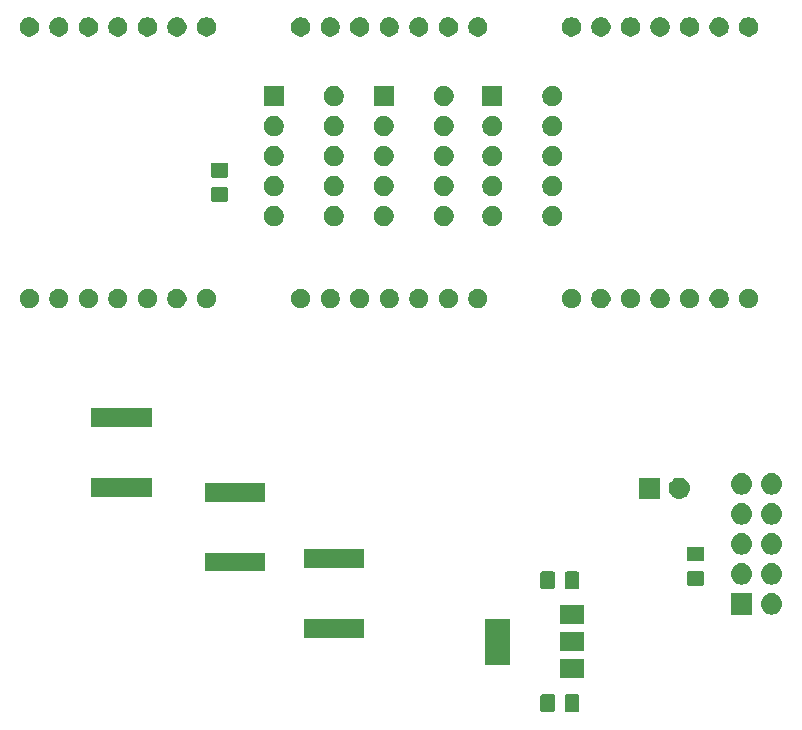
<source format=gbr>
G04 #@! TF.GenerationSoftware,KiCad,Pcbnew,(5.1.4)-1*
G04 #@! TF.CreationDate,2020-06-16T20:45:49+02:00*
G04 #@! TF.ProjectId,8x5matrixDisplay,3878356d-6174-4726-9978-446973706c61,rev?*
G04 #@! TF.SameCoordinates,Original*
G04 #@! TF.FileFunction,Soldermask,Bot*
G04 #@! TF.FilePolarity,Negative*
%FSLAX46Y46*%
G04 Gerber Fmt 4.6, Leading zero omitted, Abs format (unit mm)*
G04 Created by KiCad (PCBNEW (5.1.4)-1) date 2020-06-16 20:45:49*
%MOMM*%
%LPD*%
G04 APERTURE LIST*
%ADD10C,0.100000*%
G04 APERTURE END LIST*
D10*
G36*
X177013674Y-114253465D02*
G01*
X177051367Y-114264899D01*
X177086103Y-114283466D01*
X177116548Y-114308452D01*
X177141534Y-114338897D01*
X177160101Y-114373633D01*
X177171535Y-114411326D01*
X177176000Y-114456661D01*
X177176000Y-115543339D01*
X177171535Y-115588674D01*
X177160101Y-115626367D01*
X177141534Y-115661103D01*
X177116548Y-115691548D01*
X177086103Y-115716534D01*
X177051367Y-115735101D01*
X177013674Y-115746535D01*
X176968339Y-115751000D01*
X176131661Y-115751000D01*
X176086326Y-115746535D01*
X176048633Y-115735101D01*
X176013897Y-115716534D01*
X175983452Y-115691548D01*
X175958466Y-115661103D01*
X175939899Y-115626367D01*
X175928465Y-115588674D01*
X175924000Y-115543339D01*
X175924000Y-114456661D01*
X175928465Y-114411326D01*
X175939899Y-114373633D01*
X175958466Y-114338897D01*
X175983452Y-114308452D01*
X176013897Y-114283466D01*
X176048633Y-114264899D01*
X176086326Y-114253465D01*
X176131661Y-114249000D01*
X176968339Y-114249000D01*
X177013674Y-114253465D01*
X177013674Y-114253465D01*
G37*
G36*
X174963674Y-114253465D02*
G01*
X175001367Y-114264899D01*
X175036103Y-114283466D01*
X175066548Y-114308452D01*
X175091534Y-114338897D01*
X175110101Y-114373633D01*
X175121535Y-114411326D01*
X175126000Y-114456661D01*
X175126000Y-115543339D01*
X175121535Y-115588674D01*
X175110101Y-115626367D01*
X175091534Y-115661103D01*
X175066548Y-115691548D01*
X175036103Y-115716534D01*
X175001367Y-115735101D01*
X174963674Y-115746535D01*
X174918339Y-115751000D01*
X174081661Y-115751000D01*
X174036326Y-115746535D01*
X173998633Y-115735101D01*
X173963897Y-115716534D01*
X173933452Y-115691548D01*
X173908466Y-115661103D01*
X173889899Y-115626367D01*
X173878465Y-115588674D01*
X173874000Y-115543339D01*
X173874000Y-114456661D01*
X173878465Y-114411326D01*
X173889899Y-114373633D01*
X173908466Y-114338897D01*
X173933452Y-114308452D01*
X173963897Y-114283466D01*
X173998633Y-114264899D01*
X174036326Y-114253465D01*
X174081661Y-114249000D01*
X174918339Y-114249000D01*
X174963674Y-114253465D01*
X174963674Y-114253465D01*
G37*
G36*
X177601000Y-112901000D02*
G01*
X175499000Y-112901000D01*
X175499000Y-111299000D01*
X177601000Y-111299000D01*
X177601000Y-112901000D01*
X177601000Y-112901000D01*
G37*
G36*
X171301000Y-111751000D02*
G01*
X169199000Y-111751000D01*
X169199000Y-107849000D01*
X171301000Y-107849000D01*
X171301000Y-111751000D01*
X171301000Y-111751000D01*
G37*
G36*
X177601000Y-110601000D02*
G01*
X175499000Y-110601000D01*
X175499000Y-108999000D01*
X177601000Y-108999000D01*
X177601000Y-110601000D01*
X177601000Y-110601000D01*
G37*
G36*
X158951000Y-109451000D02*
G01*
X153849000Y-109451000D01*
X153849000Y-107849000D01*
X158951000Y-107849000D01*
X158951000Y-109451000D01*
X158951000Y-109451000D01*
G37*
G36*
X177601000Y-108301000D02*
G01*
X175499000Y-108301000D01*
X175499000Y-106699000D01*
X177601000Y-106699000D01*
X177601000Y-108301000D01*
X177601000Y-108301000D01*
G37*
G36*
X191801000Y-107501000D02*
G01*
X189999000Y-107501000D01*
X189999000Y-105699000D01*
X191801000Y-105699000D01*
X191801000Y-107501000D01*
X191801000Y-107501000D01*
G37*
G36*
X193550443Y-105705519D02*
G01*
X193616627Y-105712037D01*
X193786466Y-105763557D01*
X193942991Y-105847222D01*
X193978729Y-105876552D01*
X194080186Y-105959814D01*
X194163448Y-106061271D01*
X194192778Y-106097009D01*
X194276443Y-106253534D01*
X194327963Y-106423373D01*
X194345359Y-106600000D01*
X194327963Y-106776627D01*
X194276443Y-106946466D01*
X194192778Y-107102991D01*
X194163448Y-107138729D01*
X194080186Y-107240186D01*
X193978729Y-107323448D01*
X193942991Y-107352778D01*
X193786466Y-107436443D01*
X193616627Y-107487963D01*
X193550442Y-107494482D01*
X193484260Y-107501000D01*
X193395740Y-107501000D01*
X193329558Y-107494482D01*
X193263373Y-107487963D01*
X193093534Y-107436443D01*
X192937009Y-107352778D01*
X192901271Y-107323448D01*
X192799814Y-107240186D01*
X192716552Y-107138729D01*
X192687222Y-107102991D01*
X192603557Y-106946466D01*
X192552037Y-106776627D01*
X192534641Y-106600000D01*
X192552037Y-106423373D01*
X192603557Y-106253534D01*
X192687222Y-106097009D01*
X192716552Y-106061271D01*
X192799814Y-105959814D01*
X192901271Y-105876552D01*
X192937009Y-105847222D01*
X193093534Y-105763557D01*
X193263373Y-105712037D01*
X193329557Y-105705519D01*
X193395740Y-105699000D01*
X193484260Y-105699000D01*
X193550443Y-105705519D01*
X193550443Y-105705519D01*
G37*
G36*
X177013674Y-103853465D02*
G01*
X177051367Y-103864899D01*
X177086103Y-103883466D01*
X177116548Y-103908452D01*
X177141534Y-103938897D01*
X177160101Y-103973633D01*
X177171535Y-104011326D01*
X177176000Y-104056661D01*
X177176000Y-105143339D01*
X177171535Y-105188674D01*
X177160101Y-105226367D01*
X177141534Y-105261103D01*
X177116548Y-105291548D01*
X177086103Y-105316534D01*
X177051367Y-105335101D01*
X177013674Y-105346535D01*
X176968339Y-105351000D01*
X176131661Y-105351000D01*
X176086326Y-105346535D01*
X176048633Y-105335101D01*
X176013897Y-105316534D01*
X175983452Y-105291548D01*
X175958466Y-105261103D01*
X175939899Y-105226367D01*
X175928465Y-105188674D01*
X175924000Y-105143339D01*
X175924000Y-104056661D01*
X175928465Y-104011326D01*
X175939899Y-103973633D01*
X175958466Y-103938897D01*
X175983452Y-103908452D01*
X176013897Y-103883466D01*
X176048633Y-103864899D01*
X176086326Y-103853465D01*
X176131661Y-103849000D01*
X176968339Y-103849000D01*
X177013674Y-103853465D01*
X177013674Y-103853465D01*
G37*
G36*
X174963674Y-103853465D02*
G01*
X175001367Y-103864899D01*
X175036103Y-103883466D01*
X175066548Y-103908452D01*
X175091534Y-103938897D01*
X175110101Y-103973633D01*
X175121535Y-104011326D01*
X175126000Y-104056661D01*
X175126000Y-105143339D01*
X175121535Y-105188674D01*
X175110101Y-105226367D01*
X175091534Y-105261103D01*
X175066548Y-105291548D01*
X175036103Y-105316534D01*
X175001367Y-105335101D01*
X174963674Y-105346535D01*
X174918339Y-105351000D01*
X174081661Y-105351000D01*
X174036326Y-105346535D01*
X173998633Y-105335101D01*
X173963897Y-105316534D01*
X173933452Y-105291548D01*
X173908466Y-105261103D01*
X173889899Y-105226367D01*
X173878465Y-105188674D01*
X173874000Y-105143339D01*
X173874000Y-104056661D01*
X173878465Y-104011326D01*
X173889899Y-103973633D01*
X173908466Y-103938897D01*
X173933452Y-103908452D01*
X173963897Y-103883466D01*
X173998633Y-103864899D01*
X174036326Y-103853465D01*
X174081661Y-103849000D01*
X174918339Y-103849000D01*
X174963674Y-103853465D01*
X174963674Y-103853465D01*
G37*
G36*
X187588674Y-103803465D02*
G01*
X187626367Y-103814899D01*
X187661103Y-103833466D01*
X187691548Y-103858452D01*
X187716534Y-103888897D01*
X187735101Y-103923633D01*
X187746535Y-103961326D01*
X187751000Y-104006661D01*
X187751000Y-104843339D01*
X187746535Y-104888674D01*
X187735101Y-104926367D01*
X187716534Y-104961103D01*
X187691548Y-104991548D01*
X187661103Y-105016534D01*
X187626367Y-105035101D01*
X187588674Y-105046535D01*
X187543339Y-105051000D01*
X186456661Y-105051000D01*
X186411326Y-105046535D01*
X186373633Y-105035101D01*
X186338897Y-105016534D01*
X186308452Y-104991548D01*
X186283466Y-104961103D01*
X186264899Y-104926367D01*
X186253465Y-104888674D01*
X186249000Y-104843339D01*
X186249000Y-104006661D01*
X186253465Y-103961326D01*
X186264899Y-103923633D01*
X186283466Y-103888897D01*
X186308452Y-103858452D01*
X186338897Y-103833466D01*
X186373633Y-103814899D01*
X186411326Y-103803465D01*
X186456661Y-103799000D01*
X187543339Y-103799000D01*
X187588674Y-103803465D01*
X187588674Y-103803465D01*
G37*
G36*
X191010442Y-103165518D02*
G01*
X191076627Y-103172037D01*
X191246466Y-103223557D01*
X191402991Y-103307222D01*
X191438729Y-103336552D01*
X191540186Y-103419814D01*
X191623448Y-103521271D01*
X191652778Y-103557009D01*
X191736443Y-103713534D01*
X191787963Y-103883373D01*
X191805359Y-104060000D01*
X191787963Y-104236627D01*
X191736443Y-104406466D01*
X191652778Y-104562991D01*
X191623448Y-104598729D01*
X191540186Y-104700186D01*
X191444360Y-104778827D01*
X191402991Y-104812778D01*
X191246466Y-104896443D01*
X191076627Y-104947963D01*
X191010443Y-104954481D01*
X190944260Y-104961000D01*
X190855740Y-104961000D01*
X190789557Y-104954481D01*
X190723373Y-104947963D01*
X190553534Y-104896443D01*
X190397009Y-104812778D01*
X190355640Y-104778827D01*
X190259814Y-104700186D01*
X190176552Y-104598729D01*
X190147222Y-104562991D01*
X190063557Y-104406466D01*
X190012037Y-104236627D01*
X189994641Y-104060000D01*
X190012037Y-103883373D01*
X190063557Y-103713534D01*
X190147222Y-103557009D01*
X190176552Y-103521271D01*
X190259814Y-103419814D01*
X190361271Y-103336552D01*
X190397009Y-103307222D01*
X190553534Y-103223557D01*
X190723373Y-103172037D01*
X190789558Y-103165518D01*
X190855740Y-103159000D01*
X190944260Y-103159000D01*
X191010442Y-103165518D01*
X191010442Y-103165518D01*
G37*
G36*
X193550442Y-103165518D02*
G01*
X193616627Y-103172037D01*
X193786466Y-103223557D01*
X193942991Y-103307222D01*
X193978729Y-103336552D01*
X194080186Y-103419814D01*
X194163448Y-103521271D01*
X194192778Y-103557009D01*
X194276443Y-103713534D01*
X194327963Y-103883373D01*
X194345359Y-104060000D01*
X194327963Y-104236627D01*
X194276443Y-104406466D01*
X194192778Y-104562991D01*
X194163448Y-104598729D01*
X194080186Y-104700186D01*
X193984360Y-104778827D01*
X193942991Y-104812778D01*
X193786466Y-104896443D01*
X193616627Y-104947963D01*
X193550443Y-104954481D01*
X193484260Y-104961000D01*
X193395740Y-104961000D01*
X193329557Y-104954481D01*
X193263373Y-104947963D01*
X193093534Y-104896443D01*
X192937009Y-104812778D01*
X192895640Y-104778827D01*
X192799814Y-104700186D01*
X192716552Y-104598729D01*
X192687222Y-104562991D01*
X192603557Y-104406466D01*
X192552037Y-104236627D01*
X192534641Y-104060000D01*
X192552037Y-103883373D01*
X192603557Y-103713534D01*
X192687222Y-103557009D01*
X192716552Y-103521271D01*
X192799814Y-103419814D01*
X192901271Y-103336552D01*
X192937009Y-103307222D01*
X193093534Y-103223557D01*
X193263373Y-103172037D01*
X193329558Y-103165518D01*
X193395740Y-103159000D01*
X193484260Y-103159000D01*
X193550442Y-103165518D01*
X193550442Y-103165518D01*
G37*
G36*
X150551000Y-103851000D02*
G01*
X145449000Y-103851000D01*
X145449000Y-102249000D01*
X150551000Y-102249000D01*
X150551000Y-103851000D01*
X150551000Y-103851000D01*
G37*
G36*
X158951000Y-103551000D02*
G01*
X153849000Y-103551000D01*
X153849000Y-101949000D01*
X158951000Y-101949000D01*
X158951000Y-103551000D01*
X158951000Y-103551000D01*
G37*
G36*
X187588674Y-101753465D02*
G01*
X187626367Y-101764899D01*
X187661103Y-101783466D01*
X187691548Y-101808452D01*
X187716534Y-101838897D01*
X187735101Y-101873633D01*
X187746535Y-101911326D01*
X187751000Y-101956661D01*
X187751000Y-102793339D01*
X187746535Y-102838674D01*
X187735101Y-102876367D01*
X187716534Y-102911103D01*
X187691548Y-102941548D01*
X187661103Y-102966534D01*
X187626367Y-102985101D01*
X187588674Y-102996535D01*
X187543339Y-103001000D01*
X186456661Y-103001000D01*
X186411326Y-102996535D01*
X186373633Y-102985101D01*
X186338897Y-102966534D01*
X186308452Y-102941548D01*
X186283466Y-102911103D01*
X186264899Y-102876367D01*
X186253465Y-102838674D01*
X186249000Y-102793339D01*
X186249000Y-101956661D01*
X186253465Y-101911326D01*
X186264899Y-101873633D01*
X186283466Y-101838897D01*
X186308452Y-101808452D01*
X186338897Y-101783466D01*
X186373633Y-101764899D01*
X186411326Y-101753465D01*
X186456661Y-101749000D01*
X187543339Y-101749000D01*
X187588674Y-101753465D01*
X187588674Y-101753465D01*
G37*
G36*
X193550442Y-100625518D02*
G01*
X193616627Y-100632037D01*
X193786466Y-100683557D01*
X193942991Y-100767222D01*
X193978729Y-100796552D01*
X194080186Y-100879814D01*
X194163448Y-100981271D01*
X194192778Y-101017009D01*
X194276443Y-101173534D01*
X194327963Y-101343373D01*
X194345359Y-101520000D01*
X194327963Y-101696627D01*
X194276443Y-101866466D01*
X194192778Y-102022991D01*
X194163448Y-102058729D01*
X194080186Y-102160186D01*
X193978729Y-102243448D01*
X193942991Y-102272778D01*
X193786466Y-102356443D01*
X193616627Y-102407963D01*
X193550443Y-102414481D01*
X193484260Y-102421000D01*
X193395740Y-102421000D01*
X193329558Y-102414482D01*
X193263373Y-102407963D01*
X193093534Y-102356443D01*
X192937009Y-102272778D01*
X192901271Y-102243448D01*
X192799814Y-102160186D01*
X192716552Y-102058729D01*
X192687222Y-102022991D01*
X192603557Y-101866466D01*
X192552037Y-101696627D01*
X192534641Y-101520000D01*
X192552037Y-101343373D01*
X192603557Y-101173534D01*
X192687222Y-101017009D01*
X192716552Y-100981271D01*
X192799814Y-100879814D01*
X192901271Y-100796552D01*
X192937009Y-100767222D01*
X193093534Y-100683557D01*
X193263373Y-100632037D01*
X193329558Y-100625518D01*
X193395740Y-100619000D01*
X193484260Y-100619000D01*
X193550442Y-100625518D01*
X193550442Y-100625518D01*
G37*
G36*
X191010442Y-100625518D02*
G01*
X191076627Y-100632037D01*
X191246466Y-100683557D01*
X191402991Y-100767222D01*
X191438729Y-100796552D01*
X191540186Y-100879814D01*
X191623448Y-100981271D01*
X191652778Y-101017009D01*
X191736443Y-101173534D01*
X191787963Y-101343373D01*
X191805359Y-101520000D01*
X191787963Y-101696627D01*
X191736443Y-101866466D01*
X191652778Y-102022991D01*
X191623448Y-102058729D01*
X191540186Y-102160186D01*
X191438729Y-102243448D01*
X191402991Y-102272778D01*
X191246466Y-102356443D01*
X191076627Y-102407963D01*
X191010443Y-102414481D01*
X190944260Y-102421000D01*
X190855740Y-102421000D01*
X190789558Y-102414482D01*
X190723373Y-102407963D01*
X190553534Y-102356443D01*
X190397009Y-102272778D01*
X190361271Y-102243448D01*
X190259814Y-102160186D01*
X190176552Y-102058729D01*
X190147222Y-102022991D01*
X190063557Y-101866466D01*
X190012037Y-101696627D01*
X189994641Y-101520000D01*
X190012037Y-101343373D01*
X190063557Y-101173534D01*
X190147222Y-101017009D01*
X190176552Y-100981271D01*
X190259814Y-100879814D01*
X190361271Y-100796552D01*
X190397009Y-100767222D01*
X190553534Y-100683557D01*
X190723373Y-100632037D01*
X190789558Y-100625518D01*
X190855740Y-100619000D01*
X190944260Y-100619000D01*
X191010442Y-100625518D01*
X191010442Y-100625518D01*
G37*
G36*
X193550443Y-98085519D02*
G01*
X193616627Y-98092037D01*
X193786466Y-98143557D01*
X193942991Y-98227222D01*
X193978729Y-98256552D01*
X194080186Y-98339814D01*
X194163448Y-98441271D01*
X194192778Y-98477009D01*
X194276443Y-98633534D01*
X194327963Y-98803373D01*
X194345359Y-98980000D01*
X194327963Y-99156627D01*
X194276443Y-99326466D01*
X194192778Y-99482991D01*
X194163448Y-99518729D01*
X194080186Y-99620186D01*
X193978729Y-99703448D01*
X193942991Y-99732778D01*
X193786466Y-99816443D01*
X193616627Y-99867963D01*
X193550442Y-99874482D01*
X193484260Y-99881000D01*
X193395740Y-99881000D01*
X193329558Y-99874482D01*
X193263373Y-99867963D01*
X193093534Y-99816443D01*
X192937009Y-99732778D01*
X192901271Y-99703448D01*
X192799814Y-99620186D01*
X192716552Y-99518729D01*
X192687222Y-99482991D01*
X192603557Y-99326466D01*
X192552037Y-99156627D01*
X192534641Y-98980000D01*
X192552037Y-98803373D01*
X192603557Y-98633534D01*
X192687222Y-98477009D01*
X192716552Y-98441271D01*
X192799814Y-98339814D01*
X192901271Y-98256552D01*
X192937009Y-98227222D01*
X193093534Y-98143557D01*
X193263373Y-98092037D01*
X193329558Y-98085518D01*
X193395740Y-98079000D01*
X193484260Y-98079000D01*
X193550443Y-98085519D01*
X193550443Y-98085519D01*
G37*
G36*
X191010443Y-98085519D02*
G01*
X191076627Y-98092037D01*
X191246466Y-98143557D01*
X191402991Y-98227222D01*
X191438729Y-98256552D01*
X191540186Y-98339814D01*
X191623448Y-98441271D01*
X191652778Y-98477009D01*
X191736443Y-98633534D01*
X191787963Y-98803373D01*
X191805359Y-98980000D01*
X191787963Y-99156627D01*
X191736443Y-99326466D01*
X191652778Y-99482991D01*
X191623448Y-99518729D01*
X191540186Y-99620186D01*
X191438729Y-99703448D01*
X191402991Y-99732778D01*
X191246466Y-99816443D01*
X191076627Y-99867963D01*
X191010442Y-99874482D01*
X190944260Y-99881000D01*
X190855740Y-99881000D01*
X190789558Y-99874482D01*
X190723373Y-99867963D01*
X190553534Y-99816443D01*
X190397009Y-99732778D01*
X190361271Y-99703448D01*
X190259814Y-99620186D01*
X190176552Y-99518729D01*
X190147222Y-99482991D01*
X190063557Y-99326466D01*
X190012037Y-99156627D01*
X189994641Y-98980000D01*
X190012037Y-98803373D01*
X190063557Y-98633534D01*
X190147222Y-98477009D01*
X190176552Y-98441271D01*
X190259814Y-98339814D01*
X190361271Y-98256552D01*
X190397009Y-98227222D01*
X190553534Y-98143557D01*
X190723373Y-98092037D01*
X190789558Y-98085518D01*
X190855740Y-98079000D01*
X190944260Y-98079000D01*
X191010443Y-98085519D01*
X191010443Y-98085519D01*
G37*
G36*
X150551000Y-97951000D02*
G01*
X145449000Y-97951000D01*
X145449000Y-96349000D01*
X150551000Y-96349000D01*
X150551000Y-97951000D01*
X150551000Y-97951000D01*
G37*
G36*
X185750443Y-95905519D02*
G01*
X185816627Y-95912037D01*
X185986466Y-95963557D01*
X186142991Y-96047222D01*
X186178729Y-96076552D01*
X186280186Y-96159814D01*
X186363448Y-96261271D01*
X186392778Y-96297009D01*
X186476443Y-96453534D01*
X186527963Y-96623373D01*
X186545359Y-96800000D01*
X186527963Y-96976627D01*
X186476443Y-97146466D01*
X186392778Y-97302991D01*
X186372284Y-97327963D01*
X186280186Y-97440186D01*
X186178729Y-97523448D01*
X186142991Y-97552778D01*
X185986466Y-97636443D01*
X185816627Y-97687963D01*
X185750443Y-97694481D01*
X185684260Y-97701000D01*
X185595740Y-97701000D01*
X185529557Y-97694481D01*
X185463373Y-97687963D01*
X185293534Y-97636443D01*
X185137009Y-97552778D01*
X185101271Y-97523448D01*
X184999814Y-97440186D01*
X184907716Y-97327963D01*
X184887222Y-97302991D01*
X184803557Y-97146466D01*
X184752037Y-96976627D01*
X184734641Y-96800000D01*
X184752037Y-96623373D01*
X184803557Y-96453534D01*
X184887222Y-96297009D01*
X184916552Y-96261271D01*
X184999814Y-96159814D01*
X185101271Y-96076552D01*
X185137009Y-96047222D01*
X185293534Y-95963557D01*
X185463373Y-95912037D01*
X185529558Y-95905518D01*
X185595740Y-95899000D01*
X185684260Y-95899000D01*
X185750443Y-95905519D01*
X185750443Y-95905519D01*
G37*
G36*
X184001000Y-97701000D02*
G01*
X182199000Y-97701000D01*
X182199000Y-95899000D01*
X184001000Y-95899000D01*
X184001000Y-97701000D01*
X184001000Y-97701000D01*
G37*
G36*
X140951000Y-97551000D02*
G01*
X135849000Y-97551000D01*
X135849000Y-95949000D01*
X140951000Y-95949000D01*
X140951000Y-97551000D01*
X140951000Y-97551000D01*
G37*
G36*
X193550442Y-95545518D02*
G01*
X193616627Y-95552037D01*
X193786466Y-95603557D01*
X193942991Y-95687222D01*
X193978729Y-95716552D01*
X194080186Y-95799814D01*
X194161585Y-95899000D01*
X194192778Y-95937009D01*
X194276443Y-96093534D01*
X194327963Y-96263373D01*
X194345359Y-96440000D01*
X194327963Y-96616627D01*
X194276443Y-96786466D01*
X194192778Y-96942991D01*
X194165175Y-96976625D01*
X194080186Y-97080186D01*
X193999422Y-97146466D01*
X193942991Y-97192778D01*
X193786466Y-97276443D01*
X193616627Y-97327963D01*
X193550443Y-97334481D01*
X193484260Y-97341000D01*
X193395740Y-97341000D01*
X193329557Y-97334481D01*
X193263373Y-97327963D01*
X193093534Y-97276443D01*
X192937009Y-97192778D01*
X192880578Y-97146466D01*
X192799814Y-97080186D01*
X192714825Y-96976625D01*
X192687222Y-96942991D01*
X192603557Y-96786466D01*
X192552037Y-96616627D01*
X192534641Y-96440000D01*
X192552037Y-96263373D01*
X192603557Y-96093534D01*
X192687222Y-95937009D01*
X192718415Y-95899000D01*
X192799814Y-95799814D01*
X192901271Y-95716552D01*
X192937009Y-95687222D01*
X193093534Y-95603557D01*
X193263373Y-95552037D01*
X193329557Y-95545519D01*
X193395740Y-95539000D01*
X193484260Y-95539000D01*
X193550442Y-95545518D01*
X193550442Y-95545518D01*
G37*
G36*
X191010442Y-95545518D02*
G01*
X191076627Y-95552037D01*
X191246466Y-95603557D01*
X191402991Y-95687222D01*
X191438729Y-95716552D01*
X191540186Y-95799814D01*
X191621585Y-95899000D01*
X191652778Y-95937009D01*
X191736443Y-96093534D01*
X191787963Y-96263373D01*
X191805359Y-96440000D01*
X191787963Y-96616627D01*
X191736443Y-96786466D01*
X191652778Y-96942991D01*
X191625175Y-96976625D01*
X191540186Y-97080186D01*
X191459422Y-97146466D01*
X191402991Y-97192778D01*
X191246466Y-97276443D01*
X191076627Y-97327963D01*
X191010443Y-97334481D01*
X190944260Y-97341000D01*
X190855740Y-97341000D01*
X190789557Y-97334481D01*
X190723373Y-97327963D01*
X190553534Y-97276443D01*
X190397009Y-97192778D01*
X190340578Y-97146466D01*
X190259814Y-97080186D01*
X190174825Y-96976625D01*
X190147222Y-96942991D01*
X190063557Y-96786466D01*
X190012037Y-96616627D01*
X189994641Y-96440000D01*
X190012037Y-96263373D01*
X190063557Y-96093534D01*
X190147222Y-95937009D01*
X190178415Y-95899000D01*
X190259814Y-95799814D01*
X190361271Y-95716552D01*
X190397009Y-95687222D01*
X190553534Y-95603557D01*
X190723373Y-95552037D01*
X190789557Y-95545519D01*
X190855740Y-95539000D01*
X190944260Y-95539000D01*
X191010442Y-95545518D01*
X191010442Y-95545518D01*
G37*
G36*
X140951000Y-91651000D02*
G01*
X135849000Y-91651000D01*
X135849000Y-90049000D01*
X140951000Y-90049000D01*
X140951000Y-91651000D01*
X140951000Y-91651000D01*
G37*
G36*
X138337142Y-79968242D02*
G01*
X138485101Y-80029529D01*
X138618255Y-80118499D01*
X138731501Y-80231745D01*
X138820471Y-80364899D01*
X138881758Y-80512858D01*
X138913000Y-80669925D01*
X138913000Y-80830075D01*
X138881758Y-80987142D01*
X138820471Y-81135101D01*
X138731501Y-81268255D01*
X138618255Y-81381501D01*
X138485101Y-81470471D01*
X138337142Y-81531758D01*
X138180075Y-81563000D01*
X138019925Y-81563000D01*
X137862858Y-81531758D01*
X137714899Y-81470471D01*
X137581745Y-81381501D01*
X137468499Y-81268255D01*
X137379529Y-81135101D01*
X137318242Y-80987142D01*
X137287000Y-80830075D01*
X137287000Y-80669925D01*
X137318242Y-80512858D01*
X137379529Y-80364899D01*
X137468499Y-80231745D01*
X137581745Y-80118499D01*
X137714899Y-80029529D01*
X137862858Y-79968242D01*
X138019925Y-79937000D01*
X138180075Y-79937000D01*
X138337142Y-79968242D01*
X138337142Y-79968242D01*
G37*
G36*
X130837142Y-79968242D02*
G01*
X130985101Y-80029529D01*
X131118255Y-80118499D01*
X131231501Y-80231745D01*
X131320471Y-80364899D01*
X131381758Y-80512858D01*
X131413000Y-80669925D01*
X131413000Y-80830075D01*
X131381758Y-80987142D01*
X131320471Y-81135101D01*
X131231501Y-81268255D01*
X131118255Y-81381501D01*
X130985101Y-81470471D01*
X130837142Y-81531758D01*
X130680075Y-81563000D01*
X130519925Y-81563000D01*
X130362858Y-81531758D01*
X130214899Y-81470471D01*
X130081745Y-81381501D01*
X129968499Y-81268255D01*
X129879529Y-81135101D01*
X129818242Y-80987142D01*
X129787000Y-80830075D01*
X129787000Y-80669925D01*
X129818242Y-80512858D01*
X129879529Y-80364899D01*
X129968499Y-80231745D01*
X130081745Y-80118499D01*
X130214899Y-80029529D01*
X130362858Y-79968242D01*
X130519925Y-79937000D01*
X130680075Y-79937000D01*
X130837142Y-79968242D01*
X130837142Y-79968242D01*
G37*
G36*
X133337142Y-79968242D02*
G01*
X133485101Y-80029529D01*
X133618255Y-80118499D01*
X133731501Y-80231745D01*
X133820471Y-80364899D01*
X133881758Y-80512858D01*
X133913000Y-80669925D01*
X133913000Y-80830075D01*
X133881758Y-80987142D01*
X133820471Y-81135101D01*
X133731501Y-81268255D01*
X133618255Y-81381501D01*
X133485101Y-81470471D01*
X133337142Y-81531758D01*
X133180075Y-81563000D01*
X133019925Y-81563000D01*
X132862858Y-81531758D01*
X132714899Y-81470471D01*
X132581745Y-81381501D01*
X132468499Y-81268255D01*
X132379529Y-81135101D01*
X132318242Y-80987142D01*
X132287000Y-80830075D01*
X132287000Y-80669925D01*
X132318242Y-80512858D01*
X132379529Y-80364899D01*
X132468499Y-80231745D01*
X132581745Y-80118499D01*
X132714899Y-80029529D01*
X132862858Y-79968242D01*
X133019925Y-79937000D01*
X133180075Y-79937000D01*
X133337142Y-79968242D01*
X133337142Y-79968242D01*
G37*
G36*
X135837142Y-79968242D02*
G01*
X135985101Y-80029529D01*
X136118255Y-80118499D01*
X136231501Y-80231745D01*
X136320471Y-80364899D01*
X136381758Y-80512858D01*
X136413000Y-80669925D01*
X136413000Y-80830075D01*
X136381758Y-80987142D01*
X136320471Y-81135101D01*
X136231501Y-81268255D01*
X136118255Y-81381501D01*
X135985101Y-81470471D01*
X135837142Y-81531758D01*
X135680075Y-81563000D01*
X135519925Y-81563000D01*
X135362858Y-81531758D01*
X135214899Y-81470471D01*
X135081745Y-81381501D01*
X134968499Y-81268255D01*
X134879529Y-81135101D01*
X134818242Y-80987142D01*
X134787000Y-80830075D01*
X134787000Y-80669925D01*
X134818242Y-80512858D01*
X134879529Y-80364899D01*
X134968499Y-80231745D01*
X135081745Y-80118499D01*
X135214899Y-80029529D01*
X135362858Y-79968242D01*
X135519925Y-79937000D01*
X135680075Y-79937000D01*
X135837142Y-79968242D01*
X135837142Y-79968242D01*
G37*
G36*
X191737142Y-79968242D02*
G01*
X191885101Y-80029529D01*
X192018255Y-80118499D01*
X192131501Y-80231745D01*
X192220471Y-80364899D01*
X192281758Y-80512858D01*
X192313000Y-80669925D01*
X192313000Y-80830075D01*
X192281758Y-80987142D01*
X192220471Y-81135101D01*
X192131501Y-81268255D01*
X192018255Y-81381501D01*
X191885101Y-81470471D01*
X191737142Y-81531758D01*
X191580075Y-81563000D01*
X191419925Y-81563000D01*
X191262858Y-81531758D01*
X191114899Y-81470471D01*
X190981745Y-81381501D01*
X190868499Y-81268255D01*
X190779529Y-81135101D01*
X190718242Y-80987142D01*
X190687000Y-80830075D01*
X190687000Y-80669925D01*
X190718242Y-80512858D01*
X190779529Y-80364899D01*
X190868499Y-80231745D01*
X190981745Y-80118499D01*
X191114899Y-80029529D01*
X191262858Y-79968242D01*
X191419925Y-79937000D01*
X191580075Y-79937000D01*
X191737142Y-79968242D01*
X191737142Y-79968242D01*
G37*
G36*
X189237142Y-79968242D02*
G01*
X189385101Y-80029529D01*
X189518255Y-80118499D01*
X189631501Y-80231745D01*
X189720471Y-80364899D01*
X189781758Y-80512858D01*
X189813000Y-80669925D01*
X189813000Y-80830075D01*
X189781758Y-80987142D01*
X189720471Y-81135101D01*
X189631501Y-81268255D01*
X189518255Y-81381501D01*
X189385101Y-81470471D01*
X189237142Y-81531758D01*
X189080075Y-81563000D01*
X188919925Y-81563000D01*
X188762858Y-81531758D01*
X188614899Y-81470471D01*
X188481745Y-81381501D01*
X188368499Y-81268255D01*
X188279529Y-81135101D01*
X188218242Y-80987142D01*
X188187000Y-80830075D01*
X188187000Y-80669925D01*
X188218242Y-80512858D01*
X188279529Y-80364899D01*
X188368499Y-80231745D01*
X188481745Y-80118499D01*
X188614899Y-80029529D01*
X188762858Y-79968242D01*
X188919925Y-79937000D01*
X189080075Y-79937000D01*
X189237142Y-79968242D01*
X189237142Y-79968242D01*
G37*
G36*
X186737142Y-79968242D02*
G01*
X186885101Y-80029529D01*
X187018255Y-80118499D01*
X187131501Y-80231745D01*
X187220471Y-80364899D01*
X187281758Y-80512858D01*
X187313000Y-80669925D01*
X187313000Y-80830075D01*
X187281758Y-80987142D01*
X187220471Y-81135101D01*
X187131501Y-81268255D01*
X187018255Y-81381501D01*
X186885101Y-81470471D01*
X186737142Y-81531758D01*
X186580075Y-81563000D01*
X186419925Y-81563000D01*
X186262858Y-81531758D01*
X186114899Y-81470471D01*
X185981745Y-81381501D01*
X185868499Y-81268255D01*
X185779529Y-81135101D01*
X185718242Y-80987142D01*
X185687000Y-80830075D01*
X185687000Y-80669925D01*
X185718242Y-80512858D01*
X185779529Y-80364899D01*
X185868499Y-80231745D01*
X185981745Y-80118499D01*
X186114899Y-80029529D01*
X186262858Y-79968242D01*
X186419925Y-79937000D01*
X186580075Y-79937000D01*
X186737142Y-79968242D01*
X186737142Y-79968242D01*
G37*
G36*
X184237142Y-79968242D02*
G01*
X184385101Y-80029529D01*
X184518255Y-80118499D01*
X184631501Y-80231745D01*
X184720471Y-80364899D01*
X184781758Y-80512858D01*
X184813000Y-80669925D01*
X184813000Y-80830075D01*
X184781758Y-80987142D01*
X184720471Y-81135101D01*
X184631501Y-81268255D01*
X184518255Y-81381501D01*
X184385101Y-81470471D01*
X184237142Y-81531758D01*
X184080075Y-81563000D01*
X183919925Y-81563000D01*
X183762858Y-81531758D01*
X183614899Y-81470471D01*
X183481745Y-81381501D01*
X183368499Y-81268255D01*
X183279529Y-81135101D01*
X183218242Y-80987142D01*
X183187000Y-80830075D01*
X183187000Y-80669925D01*
X183218242Y-80512858D01*
X183279529Y-80364899D01*
X183368499Y-80231745D01*
X183481745Y-80118499D01*
X183614899Y-80029529D01*
X183762858Y-79968242D01*
X183919925Y-79937000D01*
X184080075Y-79937000D01*
X184237142Y-79968242D01*
X184237142Y-79968242D01*
G37*
G36*
X181737142Y-79968242D02*
G01*
X181885101Y-80029529D01*
X182018255Y-80118499D01*
X182131501Y-80231745D01*
X182220471Y-80364899D01*
X182281758Y-80512858D01*
X182313000Y-80669925D01*
X182313000Y-80830075D01*
X182281758Y-80987142D01*
X182220471Y-81135101D01*
X182131501Y-81268255D01*
X182018255Y-81381501D01*
X181885101Y-81470471D01*
X181737142Y-81531758D01*
X181580075Y-81563000D01*
X181419925Y-81563000D01*
X181262858Y-81531758D01*
X181114899Y-81470471D01*
X180981745Y-81381501D01*
X180868499Y-81268255D01*
X180779529Y-81135101D01*
X180718242Y-80987142D01*
X180687000Y-80830075D01*
X180687000Y-80669925D01*
X180718242Y-80512858D01*
X180779529Y-80364899D01*
X180868499Y-80231745D01*
X180981745Y-80118499D01*
X181114899Y-80029529D01*
X181262858Y-79968242D01*
X181419925Y-79937000D01*
X181580075Y-79937000D01*
X181737142Y-79968242D01*
X181737142Y-79968242D01*
G37*
G36*
X179237142Y-79968242D02*
G01*
X179385101Y-80029529D01*
X179518255Y-80118499D01*
X179631501Y-80231745D01*
X179720471Y-80364899D01*
X179781758Y-80512858D01*
X179813000Y-80669925D01*
X179813000Y-80830075D01*
X179781758Y-80987142D01*
X179720471Y-81135101D01*
X179631501Y-81268255D01*
X179518255Y-81381501D01*
X179385101Y-81470471D01*
X179237142Y-81531758D01*
X179080075Y-81563000D01*
X178919925Y-81563000D01*
X178762858Y-81531758D01*
X178614899Y-81470471D01*
X178481745Y-81381501D01*
X178368499Y-81268255D01*
X178279529Y-81135101D01*
X178218242Y-80987142D01*
X178187000Y-80830075D01*
X178187000Y-80669925D01*
X178218242Y-80512858D01*
X178279529Y-80364899D01*
X178368499Y-80231745D01*
X178481745Y-80118499D01*
X178614899Y-80029529D01*
X178762858Y-79968242D01*
X178919925Y-79937000D01*
X179080075Y-79937000D01*
X179237142Y-79968242D01*
X179237142Y-79968242D01*
G37*
G36*
X176737142Y-79968242D02*
G01*
X176885101Y-80029529D01*
X177018255Y-80118499D01*
X177131501Y-80231745D01*
X177220471Y-80364899D01*
X177281758Y-80512858D01*
X177313000Y-80669925D01*
X177313000Y-80830075D01*
X177281758Y-80987142D01*
X177220471Y-81135101D01*
X177131501Y-81268255D01*
X177018255Y-81381501D01*
X176885101Y-81470471D01*
X176737142Y-81531758D01*
X176580075Y-81563000D01*
X176419925Y-81563000D01*
X176262858Y-81531758D01*
X176114899Y-81470471D01*
X175981745Y-81381501D01*
X175868499Y-81268255D01*
X175779529Y-81135101D01*
X175718242Y-80987142D01*
X175687000Y-80830075D01*
X175687000Y-80669925D01*
X175718242Y-80512858D01*
X175779529Y-80364899D01*
X175868499Y-80231745D01*
X175981745Y-80118499D01*
X176114899Y-80029529D01*
X176262858Y-79968242D01*
X176419925Y-79937000D01*
X176580075Y-79937000D01*
X176737142Y-79968242D01*
X176737142Y-79968242D01*
G37*
G36*
X153812143Y-79968242D02*
G01*
X153960102Y-80029529D01*
X154093256Y-80118499D01*
X154206502Y-80231745D01*
X154295472Y-80364899D01*
X154356759Y-80512858D01*
X154388001Y-80669925D01*
X154388001Y-80830075D01*
X154356759Y-80987142D01*
X154295472Y-81135101D01*
X154206502Y-81268255D01*
X154093256Y-81381501D01*
X153960102Y-81470471D01*
X153812143Y-81531758D01*
X153655076Y-81563000D01*
X153494926Y-81563000D01*
X153337859Y-81531758D01*
X153189900Y-81470471D01*
X153056746Y-81381501D01*
X152943500Y-81268255D01*
X152854530Y-81135101D01*
X152793243Y-80987142D01*
X152762001Y-80830075D01*
X152762001Y-80669925D01*
X152793243Y-80512858D01*
X152854530Y-80364899D01*
X152943500Y-80231745D01*
X153056746Y-80118499D01*
X153189900Y-80029529D01*
X153337859Y-79968242D01*
X153494926Y-79937000D01*
X153655076Y-79937000D01*
X153812143Y-79968242D01*
X153812143Y-79968242D01*
G37*
G36*
X156312143Y-79968242D02*
G01*
X156460102Y-80029529D01*
X156593256Y-80118499D01*
X156706502Y-80231745D01*
X156795472Y-80364899D01*
X156856759Y-80512858D01*
X156888001Y-80669925D01*
X156888001Y-80830075D01*
X156856759Y-80987142D01*
X156795472Y-81135101D01*
X156706502Y-81268255D01*
X156593256Y-81381501D01*
X156460102Y-81470471D01*
X156312143Y-81531758D01*
X156155076Y-81563000D01*
X155994926Y-81563000D01*
X155837859Y-81531758D01*
X155689900Y-81470471D01*
X155556746Y-81381501D01*
X155443500Y-81268255D01*
X155354530Y-81135101D01*
X155293243Y-80987142D01*
X155262001Y-80830075D01*
X155262001Y-80669925D01*
X155293243Y-80512858D01*
X155354530Y-80364899D01*
X155443500Y-80231745D01*
X155556746Y-80118499D01*
X155689900Y-80029529D01*
X155837859Y-79968242D01*
X155994926Y-79937000D01*
X156155076Y-79937000D01*
X156312143Y-79968242D01*
X156312143Y-79968242D01*
G37*
G36*
X140837142Y-79968242D02*
G01*
X140985101Y-80029529D01*
X141118255Y-80118499D01*
X141231501Y-80231745D01*
X141320471Y-80364899D01*
X141381758Y-80512858D01*
X141413000Y-80669925D01*
X141413000Y-80830075D01*
X141381758Y-80987142D01*
X141320471Y-81135101D01*
X141231501Y-81268255D01*
X141118255Y-81381501D01*
X140985101Y-81470471D01*
X140837142Y-81531758D01*
X140680075Y-81563000D01*
X140519925Y-81563000D01*
X140362858Y-81531758D01*
X140214899Y-81470471D01*
X140081745Y-81381501D01*
X139968499Y-81268255D01*
X139879529Y-81135101D01*
X139818242Y-80987142D01*
X139787000Y-80830075D01*
X139787000Y-80669925D01*
X139818242Y-80512858D01*
X139879529Y-80364899D01*
X139968499Y-80231745D01*
X140081745Y-80118499D01*
X140214899Y-80029529D01*
X140362858Y-79968242D01*
X140519925Y-79937000D01*
X140680075Y-79937000D01*
X140837142Y-79968242D01*
X140837142Y-79968242D01*
G37*
G36*
X143337142Y-79968242D02*
G01*
X143485101Y-80029529D01*
X143618255Y-80118499D01*
X143731501Y-80231745D01*
X143820471Y-80364899D01*
X143881758Y-80512858D01*
X143913000Y-80669925D01*
X143913000Y-80830075D01*
X143881758Y-80987142D01*
X143820471Y-81135101D01*
X143731501Y-81268255D01*
X143618255Y-81381501D01*
X143485101Y-81470471D01*
X143337142Y-81531758D01*
X143180075Y-81563000D01*
X143019925Y-81563000D01*
X142862858Y-81531758D01*
X142714899Y-81470471D01*
X142581745Y-81381501D01*
X142468499Y-81268255D01*
X142379529Y-81135101D01*
X142318242Y-80987142D01*
X142287000Y-80830075D01*
X142287000Y-80669925D01*
X142318242Y-80512858D01*
X142379529Y-80364899D01*
X142468499Y-80231745D01*
X142581745Y-80118499D01*
X142714899Y-80029529D01*
X142862858Y-79968242D01*
X143019925Y-79937000D01*
X143180075Y-79937000D01*
X143337142Y-79968242D01*
X143337142Y-79968242D01*
G37*
G36*
X145837142Y-79968242D02*
G01*
X145985101Y-80029529D01*
X146118255Y-80118499D01*
X146231501Y-80231745D01*
X146320471Y-80364899D01*
X146381758Y-80512858D01*
X146413000Y-80669925D01*
X146413000Y-80830075D01*
X146381758Y-80987142D01*
X146320471Y-81135101D01*
X146231501Y-81268255D01*
X146118255Y-81381501D01*
X145985101Y-81470471D01*
X145837142Y-81531758D01*
X145680075Y-81563000D01*
X145519925Y-81563000D01*
X145362858Y-81531758D01*
X145214899Y-81470471D01*
X145081745Y-81381501D01*
X144968499Y-81268255D01*
X144879529Y-81135101D01*
X144818242Y-80987142D01*
X144787000Y-80830075D01*
X144787000Y-80669925D01*
X144818242Y-80512858D01*
X144879529Y-80364899D01*
X144968499Y-80231745D01*
X145081745Y-80118499D01*
X145214899Y-80029529D01*
X145362858Y-79968242D01*
X145519925Y-79937000D01*
X145680075Y-79937000D01*
X145837142Y-79968242D01*
X145837142Y-79968242D01*
G37*
G36*
X168812143Y-79968242D02*
G01*
X168960102Y-80029529D01*
X169093256Y-80118499D01*
X169206502Y-80231745D01*
X169295472Y-80364899D01*
X169356759Y-80512858D01*
X169388001Y-80669925D01*
X169388001Y-80830075D01*
X169356759Y-80987142D01*
X169295472Y-81135101D01*
X169206502Y-81268255D01*
X169093256Y-81381501D01*
X168960102Y-81470471D01*
X168812143Y-81531758D01*
X168655076Y-81563000D01*
X168494926Y-81563000D01*
X168337859Y-81531758D01*
X168189900Y-81470471D01*
X168056746Y-81381501D01*
X167943500Y-81268255D01*
X167854530Y-81135101D01*
X167793243Y-80987142D01*
X167762001Y-80830075D01*
X167762001Y-80669925D01*
X167793243Y-80512858D01*
X167854530Y-80364899D01*
X167943500Y-80231745D01*
X168056746Y-80118499D01*
X168189900Y-80029529D01*
X168337859Y-79968242D01*
X168494926Y-79937000D01*
X168655076Y-79937000D01*
X168812143Y-79968242D01*
X168812143Y-79968242D01*
G37*
G36*
X166312143Y-79968242D02*
G01*
X166460102Y-80029529D01*
X166593256Y-80118499D01*
X166706502Y-80231745D01*
X166795472Y-80364899D01*
X166856759Y-80512858D01*
X166888001Y-80669925D01*
X166888001Y-80830075D01*
X166856759Y-80987142D01*
X166795472Y-81135101D01*
X166706502Y-81268255D01*
X166593256Y-81381501D01*
X166460102Y-81470471D01*
X166312143Y-81531758D01*
X166155076Y-81563000D01*
X165994926Y-81563000D01*
X165837859Y-81531758D01*
X165689900Y-81470471D01*
X165556746Y-81381501D01*
X165443500Y-81268255D01*
X165354530Y-81135101D01*
X165293243Y-80987142D01*
X165262001Y-80830075D01*
X165262001Y-80669925D01*
X165293243Y-80512858D01*
X165354530Y-80364899D01*
X165443500Y-80231745D01*
X165556746Y-80118499D01*
X165689900Y-80029529D01*
X165837859Y-79968242D01*
X165994926Y-79937000D01*
X166155076Y-79937000D01*
X166312143Y-79968242D01*
X166312143Y-79968242D01*
G37*
G36*
X163812143Y-79968242D02*
G01*
X163960102Y-80029529D01*
X164093256Y-80118499D01*
X164206502Y-80231745D01*
X164295472Y-80364899D01*
X164356759Y-80512858D01*
X164388001Y-80669925D01*
X164388001Y-80830075D01*
X164356759Y-80987142D01*
X164295472Y-81135101D01*
X164206502Y-81268255D01*
X164093256Y-81381501D01*
X163960102Y-81470471D01*
X163812143Y-81531758D01*
X163655076Y-81563000D01*
X163494926Y-81563000D01*
X163337859Y-81531758D01*
X163189900Y-81470471D01*
X163056746Y-81381501D01*
X162943500Y-81268255D01*
X162854530Y-81135101D01*
X162793243Y-80987142D01*
X162762001Y-80830075D01*
X162762001Y-80669925D01*
X162793243Y-80512858D01*
X162854530Y-80364899D01*
X162943500Y-80231745D01*
X163056746Y-80118499D01*
X163189900Y-80029529D01*
X163337859Y-79968242D01*
X163494926Y-79937000D01*
X163655076Y-79937000D01*
X163812143Y-79968242D01*
X163812143Y-79968242D01*
G37*
G36*
X161312143Y-79968242D02*
G01*
X161460102Y-80029529D01*
X161593256Y-80118499D01*
X161706502Y-80231745D01*
X161795472Y-80364899D01*
X161856759Y-80512858D01*
X161888001Y-80669925D01*
X161888001Y-80830075D01*
X161856759Y-80987142D01*
X161795472Y-81135101D01*
X161706502Y-81268255D01*
X161593256Y-81381501D01*
X161460102Y-81470471D01*
X161312143Y-81531758D01*
X161155076Y-81563000D01*
X160994926Y-81563000D01*
X160837859Y-81531758D01*
X160689900Y-81470471D01*
X160556746Y-81381501D01*
X160443500Y-81268255D01*
X160354530Y-81135101D01*
X160293243Y-80987142D01*
X160262001Y-80830075D01*
X160262001Y-80669925D01*
X160293243Y-80512858D01*
X160354530Y-80364899D01*
X160443500Y-80231745D01*
X160556746Y-80118499D01*
X160689900Y-80029529D01*
X160837859Y-79968242D01*
X160994926Y-79937000D01*
X161155076Y-79937000D01*
X161312143Y-79968242D01*
X161312143Y-79968242D01*
G37*
G36*
X158812143Y-79968242D02*
G01*
X158960102Y-80029529D01*
X159093256Y-80118499D01*
X159206502Y-80231745D01*
X159295472Y-80364899D01*
X159356759Y-80512858D01*
X159388001Y-80669925D01*
X159388001Y-80830075D01*
X159356759Y-80987142D01*
X159295472Y-81135101D01*
X159206502Y-81268255D01*
X159093256Y-81381501D01*
X158960102Y-81470471D01*
X158812143Y-81531758D01*
X158655076Y-81563000D01*
X158494926Y-81563000D01*
X158337859Y-81531758D01*
X158189900Y-81470471D01*
X158056746Y-81381501D01*
X157943500Y-81268255D01*
X157854530Y-81135101D01*
X157793243Y-80987142D01*
X157762001Y-80830075D01*
X157762001Y-80669925D01*
X157793243Y-80512858D01*
X157854530Y-80364899D01*
X157943500Y-80231745D01*
X158056746Y-80118499D01*
X158189900Y-80029529D01*
X158337859Y-79968242D01*
X158494926Y-79937000D01*
X158655076Y-79937000D01*
X158812143Y-79968242D01*
X158812143Y-79968242D01*
G37*
G36*
X170048228Y-72941703D02*
G01*
X170203100Y-73005853D01*
X170342481Y-73098985D01*
X170461015Y-73217519D01*
X170554147Y-73356900D01*
X170618297Y-73511772D01*
X170651000Y-73676184D01*
X170651000Y-73843816D01*
X170618297Y-74008228D01*
X170554147Y-74163100D01*
X170461015Y-74302481D01*
X170342481Y-74421015D01*
X170203100Y-74514147D01*
X170048228Y-74578297D01*
X169883816Y-74611000D01*
X169716184Y-74611000D01*
X169551772Y-74578297D01*
X169396900Y-74514147D01*
X169257519Y-74421015D01*
X169138985Y-74302481D01*
X169045853Y-74163100D01*
X168981703Y-74008228D01*
X168949000Y-73843816D01*
X168949000Y-73676184D01*
X168981703Y-73511772D01*
X169045853Y-73356900D01*
X169138985Y-73217519D01*
X169257519Y-73098985D01*
X169396900Y-73005853D01*
X169551772Y-72941703D01*
X169716184Y-72909000D01*
X169883816Y-72909000D01*
X170048228Y-72941703D01*
X170048228Y-72941703D01*
G37*
G36*
X165928228Y-72941703D02*
G01*
X166083100Y-73005853D01*
X166222481Y-73098985D01*
X166341015Y-73217519D01*
X166434147Y-73356900D01*
X166498297Y-73511772D01*
X166531000Y-73676184D01*
X166531000Y-73843816D01*
X166498297Y-74008228D01*
X166434147Y-74163100D01*
X166341015Y-74302481D01*
X166222481Y-74421015D01*
X166083100Y-74514147D01*
X165928228Y-74578297D01*
X165763816Y-74611000D01*
X165596184Y-74611000D01*
X165431772Y-74578297D01*
X165276900Y-74514147D01*
X165137519Y-74421015D01*
X165018985Y-74302481D01*
X164925853Y-74163100D01*
X164861703Y-74008228D01*
X164829000Y-73843816D01*
X164829000Y-73676184D01*
X164861703Y-73511772D01*
X164925853Y-73356900D01*
X165018985Y-73217519D01*
X165137519Y-73098985D01*
X165276900Y-73005853D01*
X165431772Y-72941703D01*
X165596184Y-72909000D01*
X165763816Y-72909000D01*
X165928228Y-72941703D01*
X165928228Y-72941703D01*
G37*
G36*
X156628228Y-72941703D02*
G01*
X156783100Y-73005853D01*
X156922481Y-73098985D01*
X157041015Y-73217519D01*
X157134147Y-73356900D01*
X157198297Y-73511772D01*
X157231000Y-73676184D01*
X157231000Y-73843816D01*
X157198297Y-74008228D01*
X157134147Y-74163100D01*
X157041015Y-74302481D01*
X156922481Y-74421015D01*
X156783100Y-74514147D01*
X156628228Y-74578297D01*
X156463816Y-74611000D01*
X156296184Y-74611000D01*
X156131772Y-74578297D01*
X155976900Y-74514147D01*
X155837519Y-74421015D01*
X155718985Y-74302481D01*
X155625853Y-74163100D01*
X155561703Y-74008228D01*
X155529000Y-73843816D01*
X155529000Y-73676184D01*
X155561703Y-73511772D01*
X155625853Y-73356900D01*
X155718985Y-73217519D01*
X155837519Y-73098985D01*
X155976900Y-73005853D01*
X156131772Y-72941703D01*
X156296184Y-72909000D01*
X156463816Y-72909000D01*
X156628228Y-72941703D01*
X156628228Y-72941703D01*
G37*
G36*
X151548228Y-72941703D02*
G01*
X151703100Y-73005853D01*
X151842481Y-73098985D01*
X151961015Y-73217519D01*
X152054147Y-73356900D01*
X152118297Y-73511772D01*
X152151000Y-73676184D01*
X152151000Y-73843816D01*
X152118297Y-74008228D01*
X152054147Y-74163100D01*
X151961015Y-74302481D01*
X151842481Y-74421015D01*
X151703100Y-74514147D01*
X151548228Y-74578297D01*
X151383816Y-74611000D01*
X151216184Y-74611000D01*
X151051772Y-74578297D01*
X150896900Y-74514147D01*
X150757519Y-74421015D01*
X150638985Y-74302481D01*
X150545853Y-74163100D01*
X150481703Y-74008228D01*
X150449000Y-73843816D01*
X150449000Y-73676184D01*
X150481703Y-73511772D01*
X150545853Y-73356900D01*
X150638985Y-73217519D01*
X150757519Y-73098985D01*
X150896900Y-73005853D01*
X151051772Y-72941703D01*
X151216184Y-72909000D01*
X151383816Y-72909000D01*
X151548228Y-72941703D01*
X151548228Y-72941703D01*
G37*
G36*
X160848228Y-72941703D02*
G01*
X161003100Y-73005853D01*
X161142481Y-73098985D01*
X161261015Y-73217519D01*
X161354147Y-73356900D01*
X161418297Y-73511772D01*
X161451000Y-73676184D01*
X161451000Y-73843816D01*
X161418297Y-74008228D01*
X161354147Y-74163100D01*
X161261015Y-74302481D01*
X161142481Y-74421015D01*
X161003100Y-74514147D01*
X160848228Y-74578297D01*
X160683816Y-74611000D01*
X160516184Y-74611000D01*
X160351772Y-74578297D01*
X160196900Y-74514147D01*
X160057519Y-74421015D01*
X159938985Y-74302481D01*
X159845853Y-74163100D01*
X159781703Y-74008228D01*
X159749000Y-73843816D01*
X159749000Y-73676184D01*
X159781703Y-73511772D01*
X159845853Y-73356900D01*
X159938985Y-73217519D01*
X160057519Y-73098985D01*
X160196900Y-73005853D01*
X160351772Y-72941703D01*
X160516184Y-72909000D01*
X160683816Y-72909000D01*
X160848228Y-72941703D01*
X160848228Y-72941703D01*
G37*
G36*
X175128228Y-72941703D02*
G01*
X175283100Y-73005853D01*
X175422481Y-73098985D01*
X175541015Y-73217519D01*
X175634147Y-73356900D01*
X175698297Y-73511772D01*
X175731000Y-73676184D01*
X175731000Y-73843816D01*
X175698297Y-74008228D01*
X175634147Y-74163100D01*
X175541015Y-74302481D01*
X175422481Y-74421015D01*
X175283100Y-74514147D01*
X175128228Y-74578297D01*
X174963816Y-74611000D01*
X174796184Y-74611000D01*
X174631772Y-74578297D01*
X174476900Y-74514147D01*
X174337519Y-74421015D01*
X174218985Y-74302481D01*
X174125853Y-74163100D01*
X174061703Y-74008228D01*
X174029000Y-73843816D01*
X174029000Y-73676184D01*
X174061703Y-73511772D01*
X174125853Y-73356900D01*
X174218985Y-73217519D01*
X174337519Y-73098985D01*
X174476900Y-73005853D01*
X174631772Y-72941703D01*
X174796184Y-72909000D01*
X174963816Y-72909000D01*
X175128228Y-72941703D01*
X175128228Y-72941703D01*
G37*
G36*
X147288674Y-71303465D02*
G01*
X147326367Y-71314899D01*
X147361103Y-71333466D01*
X147391548Y-71358452D01*
X147416534Y-71388897D01*
X147435101Y-71423633D01*
X147446535Y-71461326D01*
X147451000Y-71506661D01*
X147451000Y-72343339D01*
X147446535Y-72388674D01*
X147435101Y-72426367D01*
X147416534Y-72461103D01*
X147391548Y-72491548D01*
X147361103Y-72516534D01*
X147326367Y-72535101D01*
X147288674Y-72546535D01*
X147243339Y-72551000D01*
X146156661Y-72551000D01*
X146111326Y-72546535D01*
X146073633Y-72535101D01*
X146038897Y-72516534D01*
X146008452Y-72491548D01*
X145983466Y-72461103D01*
X145964899Y-72426367D01*
X145953465Y-72388674D01*
X145949000Y-72343339D01*
X145949000Y-71506661D01*
X145953465Y-71461326D01*
X145964899Y-71423633D01*
X145983466Y-71388897D01*
X146008452Y-71358452D01*
X146038897Y-71333466D01*
X146073633Y-71314899D01*
X146111326Y-71303465D01*
X146156661Y-71299000D01*
X147243339Y-71299000D01*
X147288674Y-71303465D01*
X147288674Y-71303465D01*
G37*
G36*
X151548228Y-70401703D02*
G01*
X151703100Y-70465853D01*
X151842481Y-70558985D01*
X151961015Y-70677519D01*
X152054147Y-70816900D01*
X152118297Y-70971772D01*
X152151000Y-71136184D01*
X152151000Y-71303816D01*
X152118297Y-71468228D01*
X152054147Y-71623100D01*
X151961015Y-71762481D01*
X151842481Y-71881015D01*
X151703100Y-71974147D01*
X151548228Y-72038297D01*
X151383816Y-72071000D01*
X151216184Y-72071000D01*
X151051772Y-72038297D01*
X150896900Y-71974147D01*
X150757519Y-71881015D01*
X150638985Y-71762481D01*
X150545853Y-71623100D01*
X150481703Y-71468228D01*
X150449000Y-71303816D01*
X150449000Y-71136184D01*
X150481703Y-70971772D01*
X150545853Y-70816900D01*
X150638985Y-70677519D01*
X150757519Y-70558985D01*
X150896900Y-70465853D01*
X151051772Y-70401703D01*
X151216184Y-70369000D01*
X151383816Y-70369000D01*
X151548228Y-70401703D01*
X151548228Y-70401703D01*
G37*
G36*
X175128228Y-70401703D02*
G01*
X175283100Y-70465853D01*
X175422481Y-70558985D01*
X175541015Y-70677519D01*
X175634147Y-70816900D01*
X175698297Y-70971772D01*
X175731000Y-71136184D01*
X175731000Y-71303816D01*
X175698297Y-71468228D01*
X175634147Y-71623100D01*
X175541015Y-71762481D01*
X175422481Y-71881015D01*
X175283100Y-71974147D01*
X175128228Y-72038297D01*
X174963816Y-72071000D01*
X174796184Y-72071000D01*
X174631772Y-72038297D01*
X174476900Y-71974147D01*
X174337519Y-71881015D01*
X174218985Y-71762481D01*
X174125853Y-71623100D01*
X174061703Y-71468228D01*
X174029000Y-71303816D01*
X174029000Y-71136184D01*
X174061703Y-70971772D01*
X174125853Y-70816900D01*
X174218985Y-70677519D01*
X174337519Y-70558985D01*
X174476900Y-70465853D01*
X174631772Y-70401703D01*
X174796184Y-70369000D01*
X174963816Y-70369000D01*
X175128228Y-70401703D01*
X175128228Y-70401703D01*
G37*
G36*
X156628228Y-70401703D02*
G01*
X156783100Y-70465853D01*
X156922481Y-70558985D01*
X157041015Y-70677519D01*
X157134147Y-70816900D01*
X157198297Y-70971772D01*
X157231000Y-71136184D01*
X157231000Y-71303816D01*
X157198297Y-71468228D01*
X157134147Y-71623100D01*
X157041015Y-71762481D01*
X156922481Y-71881015D01*
X156783100Y-71974147D01*
X156628228Y-72038297D01*
X156463816Y-72071000D01*
X156296184Y-72071000D01*
X156131772Y-72038297D01*
X155976900Y-71974147D01*
X155837519Y-71881015D01*
X155718985Y-71762481D01*
X155625853Y-71623100D01*
X155561703Y-71468228D01*
X155529000Y-71303816D01*
X155529000Y-71136184D01*
X155561703Y-70971772D01*
X155625853Y-70816900D01*
X155718985Y-70677519D01*
X155837519Y-70558985D01*
X155976900Y-70465853D01*
X156131772Y-70401703D01*
X156296184Y-70369000D01*
X156463816Y-70369000D01*
X156628228Y-70401703D01*
X156628228Y-70401703D01*
G37*
G36*
X160848228Y-70401703D02*
G01*
X161003100Y-70465853D01*
X161142481Y-70558985D01*
X161261015Y-70677519D01*
X161354147Y-70816900D01*
X161418297Y-70971772D01*
X161451000Y-71136184D01*
X161451000Y-71303816D01*
X161418297Y-71468228D01*
X161354147Y-71623100D01*
X161261015Y-71762481D01*
X161142481Y-71881015D01*
X161003100Y-71974147D01*
X160848228Y-72038297D01*
X160683816Y-72071000D01*
X160516184Y-72071000D01*
X160351772Y-72038297D01*
X160196900Y-71974147D01*
X160057519Y-71881015D01*
X159938985Y-71762481D01*
X159845853Y-71623100D01*
X159781703Y-71468228D01*
X159749000Y-71303816D01*
X159749000Y-71136184D01*
X159781703Y-70971772D01*
X159845853Y-70816900D01*
X159938985Y-70677519D01*
X160057519Y-70558985D01*
X160196900Y-70465853D01*
X160351772Y-70401703D01*
X160516184Y-70369000D01*
X160683816Y-70369000D01*
X160848228Y-70401703D01*
X160848228Y-70401703D01*
G37*
G36*
X165928228Y-70401703D02*
G01*
X166083100Y-70465853D01*
X166222481Y-70558985D01*
X166341015Y-70677519D01*
X166434147Y-70816900D01*
X166498297Y-70971772D01*
X166531000Y-71136184D01*
X166531000Y-71303816D01*
X166498297Y-71468228D01*
X166434147Y-71623100D01*
X166341015Y-71762481D01*
X166222481Y-71881015D01*
X166083100Y-71974147D01*
X165928228Y-72038297D01*
X165763816Y-72071000D01*
X165596184Y-72071000D01*
X165431772Y-72038297D01*
X165276900Y-71974147D01*
X165137519Y-71881015D01*
X165018985Y-71762481D01*
X164925853Y-71623100D01*
X164861703Y-71468228D01*
X164829000Y-71303816D01*
X164829000Y-71136184D01*
X164861703Y-70971772D01*
X164925853Y-70816900D01*
X165018985Y-70677519D01*
X165137519Y-70558985D01*
X165276900Y-70465853D01*
X165431772Y-70401703D01*
X165596184Y-70369000D01*
X165763816Y-70369000D01*
X165928228Y-70401703D01*
X165928228Y-70401703D01*
G37*
G36*
X170048228Y-70401703D02*
G01*
X170203100Y-70465853D01*
X170342481Y-70558985D01*
X170461015Y-70677519D01*
X170554147Y-70816900D01*
X170618297Y-70971772D01*
X170651000Y-71136184D01*
X170651000Y-71303816D01*
X170618297Y-71468228D01*
X170554147Y-71623100D01*
X170461015Y-71762481D01*
X170342481Y-71881015D01*
X170203100Y-71974147D01*
X170048228Y-72038297D01*
X169883816Y-72071000D01*
X169716184Y-72071000D01*
X169551772Y-72038297D01*
X169396900Y-71974147D01*
X169257519Y-71881015D01*
X169138985Y-71762481D01*
X169045853Y-71623100D01*
X168981703Y-71468228D01*
X168949000Y-71303816D01*
X168949000Y-71136184D01*
X168981703Y-70971772D01*
X169045853Y-70816900D01*
X169138985Y-70677519D01*
X169257519Y-70558985D01*
X169396900Y-70465853D01*
X169551772Y-70401703D01*
X169716184Y-70369000D01*
X169883816Y-70369000D01*
X170048228Y-70401703D01*
X170048228Y-70401703D01*
G37*
G36*
X147288674Y-69253465D02*
G01*
X147326367Y-69264899D01*
X147361103Y-69283466D01*
X147391548Y-69308452D01*
X147416534Y-69338897D01*
X147435101Y-69373633D01*
X147446535Y-69411326D01*
X147451000Y-69456661D01*
X147451000Y-70293339D01*
X147446535Y-70338674D01*
X147435101Y-70376367D01*
X147416534Y-70411103D01*
X147391548Y-70441548D01*
X147361103Y-70466534D01*
X147326367Y-70485101D01*
X147288674Y-70496535D01*
X147243339Y-70501000D01*
X146156661Y-70501000D01*
X146111326Y-70496535D01*
X146073633Y-70485101D01*
X146038897Y-70466534D01*
X146008452Y-70441548D01*
X145983466Y-70411103D01*
X145964899Y-70376367D01*
X145953465Y-70338674D01*
X145949000Y-70293339D01*
X145949000Y-69456661D01*
X145953465Y-69411326D01*
X145964899Y-69373633D01*
X145983466Y-69338897D01*
X146008452Y-69308452D01*
X146038897Y-69283466D01*
X146073633Y-69264899D01*
X146111326Y-69253465D01*
X146156661Y-69249000D01*
X147243339Y-69249000D01*
X147288674Y-69253465D01*
X147288674Y-69253465D01*
G37*
G36*
X165928228Y-67861703D02*
G01*
X166083100Y-67925853D01*
X166222481Y-68018985D01*
X166341015Y-68137519D01*
X166434147Y-68276900D01*
X166498297Y-68431772D01*
X166531000Y-68596184D01*
X166531000Y-68763816D01*
X166498297Y-68928228D01*
X166434147Y-69083100D01*
X166341015Y-69222481D01*
X166222481Y-69341015D01*
X166083100Y-69434147D01*
X165928228Y-69498297D01*
X165763816Y-69531000D01*
X165596184Y-69531000D01*
X165431772Y-69498297D01*
X165276900Y-69434147D01*
X165137519Y-69341015D01*
X165018985Y-69222481D01*
X164925853Y-69083100D01*
X164861703Y-68928228D01*
X164829000Y-68763816D01*
X164829000Y-68596184D01*
X164861703Y-68431772D01*
X164925853Y-68276900D01*
X165018985Y-68137519D01*
X165137519Y-68018985D01*
X165276900Y-67925853D01*
X165431772Y-67861703D01*
X165596184Y-67829000D01*
X165763816Y-67829000D01*
X165928228Y-67861703D01*
X165928228Y-67861703D01*
G37*
G36*
X151548228Y-67861703D02*
G01*
X151703100Y-67925853D01*
X151842481Y-68018985D01*
X151961015Y-68137519D01*
X152054147Y-68276900D01*
X152118297Y-68431772D01*
X152151000Y-68596184D01*
X152151000Y-68763816D01*
X152118297Y-68928228D01*
X152054147Y-69083100D01*
X151961015Y-69222481D01*
X151842481Y-69341015D01*
X151703100Y-69434147D01*
X151548228Y-69498297D01*
X151383816Y-69531000D01*
X151216184Y-69531000D01*
X151051772Y-69498297D01*
X150896900Y-69434147D01*
X150757519Y-69341015D01*
X150638985Y-69222481D01*
X150545853Y-69083100D01*
X150481703Y-68928228D01*
X150449000Y-68763816D01*
X150449000Y-68596184D01*
X150481703Y-68431772D01*
X150545853Y-68276900D01*
X150638985Y-68137519D01*
X150757519Y-68018985D01*
X150896900Y-67925853D01*
X151051772Y-67861703D01*
X151216184Y-67829000D01*
X151383816Y-67829000D01*
X151548228Y-67861703D01*
X151548228Y-67861703D01*
G37*
G36*
X160848228Y-67861703D02*
G01*
X161003100Y-67925853D01*
X161142481Y-68018985D01*
X161261015Y-68137519D01*
X161354147Y-68276900D01*
X161418297Y-68431772D01*
X161451000Y-68596184D01*
X161451000Y-68763816D01*
X161418297Y-68928228D01*
X161354147Y-69083100D01*
X161261015Y-69222481D01*
X161142481Y-69341015D01*
X161003100Y-69434147D01*
X160848228Y-69498297D01*
X160683816Y-69531000D01*
X160516184Y-69531000D01*
X160351772Y-69498297D01*
X160196900Y-69434147D01*
X160057519Y-69341015D01*
X159938985Y-69222481D01*
X159845853Y-69083100D01*
X159781703Y-68928228D01*
X159749000Y-68763816D01*
X159749000Y-68596184D01*
X159781703Y-68431772D01*
X159845853Y-68276900D01*
X159938985Y-68137519D01*
X160057519Y-68018985D01*
X160196900Y-67925853D01*
X160351772Y-67861703D01*
X160516184Y-67829000D01*
X160683816Y-67829000D01*
X160848228Y-67861703D01*
X160848228Y-67861703D01*
G37*
G36*
X170048228Y-67861703D02*
G01*
X170203100Y-67925853D01*
X170342481Y-68018985D01*
X170461015Y-68137519D01*
X170554147Y-68276900D01*
X170618297Y-68431772D01*
X170651000Y-68596184D01*
X170651000Y-68763816D01*
X170618297Y-68928228D01*
X170554147Y-69083100D01*
X170461015Y-69222481D01*
X170342481Y-69341015D01*
X170203100Y-69434147D01*
X170048228Y-69498297D01*
X169883816Y-69531000D01*
X169716184Y-69531000D01*
X169551772Y-69498297D01*
X169396900Y-69434147D01*
X169257519Y-69341015D01*
X169138985Y-69222481D01*
X169045853Y-69083100D01*
X168981703Y-68928228D01*
X168949000Y-68763816D01*
X168949000Y-68596184D01*
X168981703Y-68431772D01*
X169045853Y-68276900D01*
X169138985Y-68137519D01*
X169257519Y-68018985D01*
X169396900Y-67925853D01*
X169551772Y-67861703D01*
X169716184Y-67829000D01*
X169883816Y-67829000D01*
X170048228Y-67861703D01*
X170048228Y-67861703D01*
G37*
G36*
X175128228Y-67861703D02*
G01*
X175283100Y-67925853D01*
X175422481Y-68018985D01*
X175541015Y-68137519D01*
X175634147Y-68276900D01*
X175698297Y-68431772D01*
X175731000Y-68596184D01*
X175731000Y-68763816D01*
X175698297Y-68928228D01*
X175634147Y-69083100D01*
X175541015Y-69222481D01*
X175422481Y-69341015D01*
X175283100Y-69434147D01*
X175128228Y-69498297D01*
X174963816Y-69531000D01*
X174796184Y-69531000D01*
X174631772Y-69498297D01*
X174476900Y-69434147D01*
X174337519Y-69341015D01*
X174218985Y-69222481D01*
X174125853Y-69083100D01*
X174061703Y-68928228D01*
X174029000Y-68763816D01*
X174029000Y-68596184D01*
X174061703Y-68431772D01*
X174125853Y-68276900D01*
X174218985Y-68137519D01*
X174337519Y-68018985D01*
X174476900Y-67925853D01*
X174631772Y-67861703D01*
X174796184Y-67829000D01*
X174963816Y-67829000D01*
X175128228Y-67861703D01*
X175128228Y-67861703D01*
G37*
G36*
X156628228Y-67861703D02*
G01*
X156783100Y-67925853D01*
X156922481Y-68018985D01*
X157041015Y-68137519D01*
X157134147Y-68276900D01*
X157198297Y-68431772D01*
X157231000Y-68596184D01*
X157231000Y-68763816D01*
X157198297Y-68928228D01*
X157134147Y-69083100D01*
X157041015Y-69222481D01*
X156922481Y-69341015D01*
X156783100Y-69434147D01*
X156628228Y-69498297D01*
X156463816Y-69531000D01*
X156296184Y-69531000D01*
X156131772Y-69498297D01*
X155976900Y-69434147D01*
X155837519Y-69341015D01*
X155718985Y-69222481D01*
X155625853Y-69083100D01*
X155561703Y-68928228D01*
X155529000Y-68763816D01*
X155529000Y-68596184D01*
X155561703Y-68431772D01*
X155625853Y-68276900D01*
X155718985Y-68137519D01*
X155837519Y-68018985D01*
X155976900Y-67925853D01*
X156131772Y-67861703D01*
X156296184Y-67829000D01*
X156463816Y-67829000D01*
X156628228Y-67861703D01*
X156628228Y-67861703D01*
G37*
G36*
X156628228Y-65321703D02*
G01*
X156783100Y-65385853D01*
X156922481Y-65478985D01*
X157041015Y-65597519D01*
X157134147Y-65736900D01*
X157198297Y-65891772D01*
X157231000Y-66056184D01*
X157231000Y-66223816D01*
X157198297Y-66388228D01*
X157134147Y-66543100D01*
X157041015Y-66682481D01*
X156922481Y-66801015D01*
X156783100Y-66894147D01*
X156628228Y-66958297D01*
X156463816Y-66991000D01*
X156296184Y-66991000D01*
X156131772Y-66958297D01*
X155976900Y-66894147D01*
X155837519Y-66801015D01*
X155718985Y-66682481D01*
X155625853Y-66543100D01*
X155561703Y-66388228D01*
X155529000Y-66223816D01*
X155529000Y-66056184D01*
X155561703Y-65891772D01*
X155625853Y-65736900D01*
X155718985Y-65597519D01*
X155837519Y-65478985D01*
X155976900Y-65385853D01*
X156131772Y-65321703D01*
X156296184Y-65289000D01*
X156463816Y-65289000D01*
X156628228Y-65321703D01*
X156628228Y-65321703D01*
G37*
G36*
X151548228Y-65321703D02*
G01*
X151703100Y-65385853D01*
X151842481Y-65478985D01*
X151961015Y-65597519D01*
X152054147Y-65736900D01*
X152118297Y-65891772D01*
X152151000Y-66056184D01*
X152151000Y-66223816D01*
X152118297Y-66388228D01*
X152054147Y-66543100D01*
X151961015Y-66682481D01*
X151842481Y-66801015D01*
X151703100Y-66894147D01*
X151548228Y-66958297D01*
X151383816Y-66991000D01*
X151216184Y-66991000D01*
X151051772Y-66958297D01*
X150896900Y-66894147D01*
X150757519Y-66801015D01*
X150638985Y-66682481D01*
X150545853Y-66543100D01*
X150481703Y-66388228D01*
X150449000Y-66223816D01*
X150449000Y-66056184D01*
X150481703Y-65891772D01*
X150545853Y-65736900D01*
X150638985Y-65597519D01*
X150757519Y-65478985D01*
X150896900Y-65385853D01*
X151051772Y-65321703D01*
X151216184Y-65289000D01*
X151383816Y-65289000D01*
X151548228Y-65321703D01*
X151548228Y-65321703D01*
G37*
G36*
X165928228Y-65321703D02*
G01*
X166083100Y-65385853D01*
X166222481Y-65478985D01*
X166341015Y-65597519D01*
X166434147Y-65736900D01*
X166498297Y-65891772D01*
X166531000Y-66056184D01*
X166531000Y-66223816D01*
X166498297Y-66388228D01*
X166434147Y-66543100D01*
X166341015Y-66682481D01*
X166222481Y-66801015D01*
X166083100Y-66894147D01*
X165928228Y-66958297D01*
X165763816Y-66991000D01*
X165596184Y-66991000D01*
X165431772Y-66958297D01*
X165276900Y-66894147D01*
X165137519Y-66801015D01*
X165018985Y-66682481D01*
X164925853Y-66543100D01*
X164861703Y-66388228D01*
X164829000Y-66223816D01*
X164829000Y-66056184D01*
X164861703Y-65891772D01*
X164925853Y-65736900D01*
X165018985Y-65597519D01*
X165137519Y-65478985D01*
X165276900Y-65385853D01*
X165431772Y-65321703D01*
X165596184Y-65289000D01*
X165763816Y-65289000D01*
X165928228Y-65321703D01*
X165928228Y-65321703D01*
G37*
G36*
X175128228Y-65321703D02*
G01*
X175283100Y-65385853D01*
X175422481Y-65478985D01*
X175541015Y-65597519D01*
X175634147Y-65736900D01*
X175698297Y-65891772D01*
X175731000Y-66056184D01*
X175731000Y-66223816D01*
X175698297Y-66388228D01*
X175634147Y-66543100D01*
X175541015Y-66682481D01*
X175422481Y-66801015D01*
X175283100Y-66894147D01*
X175128228Y-66958297D01*
X174963816Y-66991000D01*
X174796184Y-66991000D01*
X174631772Y-66958297D01*
X174476900Y-66894147D01*
X174337519Y-66801015D01*
X174218985Y-66682481D01*
X174125853Y-66543100D01*
X174061703Y-66388228D01*
X174029000Y-66223816D01*
X174029000Y-66056184D01*
X174061703Y-65891772D01*
X174125853Y-65736900D01*
X174218985Y-65597519D01*
X174337519Y-65478985D01*
X174476900Y-65385853D01*
X174631772Y-65321703D01*
X174796184Y-65289000D01*
X174963816Y-65289000D01*
X175128228Y-65321703D01*
X175128228Y-65321703D01*
G37*
G36*
X160848228Y-65321703D02*
G01*
X161003100Y-65385853D01*
X161142481Y-65478985D01*
X161261015Y-65597519D01*
X161354147Y-65736900D01*
X161418297Y-65891772D01*
X161451000Y-66056184D01*
X161451000Y-66223816D01*
X161418297Y-66388228D01*
X161354147Y-66543100D01*
X161261015Y-66682481D01*
X161142481Y-66801015D01*
X161003100Y-66894147D01*
X160848228Y-66958297D01*
X160683816Y-66991000D01*
X160516184Y-66991000D01*
X160351772Y-66958297D01*
X160196900Y-66894147D01*
X160057519Y-66801015D01*
X159938985Y-66682481D01*
X159845853Y-66543100D01*
X159781703Y-66388228D01*
X159749000Y-66223816D01*
X159749000Y-66056184D01*
X159781703Y-65891772D01*
X159845853Y-65736900D01*
X159938985Y-65597519D01*
X160057519Y-65478985D01*
X160196900Y-65385853D01*
X160351772Y-65321703D01*
X160516184Y-65289000D01*
X160683816Y-65289000D01*
X160848228Y-65321703D01*
X160848228Y-65321703D01*
G37*
G36*
X170048228Y-65321703D02*
G01*
X170203100Y-65385853D01*
X170342481Y-65478985D01*
X170461015Y-65597519D01*
X170554147Y-65736900D01*
X170618297Y-65891772D01*
X170651000Y-66056184D01*
X170651000Y-66223816D01*
X170618297Y-66388228D01*
X170554147Y-66543100D01*
X170461015Y-66682481D01*
X170342481Y-66801015D01*
X170203100Y-66894147D01*
X170048228Y-66958297D01*
X169883816Y-66991000D01*
X169716184Y-66991000D01*
X169551772Y-66958297D01*
X169396900Y-66894147D01*
X169257519Y-66801015D01*
X169138985Y-66682481D01*
X169045853Y-66543100D01*
X168981703Y-66388228D01*
X168949000Y-66223816D01*
X168949000Y-66056184D01*
X168981703Y-65891772D01*
X169045853Y-65736900D01*
X169138985Y-65597519D01*
X169257519Y-65478985D01*
X169396900Y-65385853D01*
X169551772Y-65321703D01*
X169716184Y-65289000D01*
X169883816Y-65289000D01*
X170048228Y-65321703D01*
X170048228Y-65321703D01*
G37*
G36*
X170651000Y-64451000D02*
G01*
X168949000Y-64451000D01*
X168949000Y-62749000D01*
X170651000Y-62749000D01*
X170651000Y-64451000D01*
X170651000Y-64451000D01*
G37*
G36*
X165928228Y-62781703D02*
G01*
X166083100Y-62845853D01*
X166222481Y-62938985D01*
X166341015Y-63057519D01*
X166434147Y-63196900D01*
X166498297Y-63351772D01*
X166531000Y-63516184D01*
X166531000Y-63683816D01*
X166498297Y-63848228D01*
X166434147Y-64003100D01*
X166341015Y-64142481D01*
X166222481Y-64261015D01*
X166083100Y-64354147D01*
X165928228Y-64418297D01*
X165763816Y-64451000D01*
X165596184Y-64451000D01*
X165431772Y-64418297D01*
X165276900Y-64354147D01*
X165137519Y-64261015D01*
X165018985Y-64142481D01*
X164925853Y-64003100D01*
X164861703Y-63848228D01*
X164829000Y-63683816D01*
X164829000Y-63516184D01*
X164861703Y-63351772D01*
X164925853Y-63196900D01*
X165018985Y-63057519D01*
X165137519Y-62938985D01*
X165276900Y-62845853D01*
X165431772Y-62781703D01*
X165596184Y-62749000D01*
X165763816Y-62749000D01*
X165928228Y-62781703D01*
X165928228Y-62781703D01*
G37*
G36*
X156628228Y-62781703D02*
G01*
X156783100Y-62845853D01*
X156922481Y-62938985D01*
X157041015Y-63057519D01*
X157134147Y-63196900D01*
X157198297Y-63351772D01*
X157231000Y-63516184D01*
X157231000Y-63683816D01*
X157198297Y-63848228D01*
X157134147Y-64003100D01*
X157041015Y-64142481D01*
X156922481Y-64261015D01*
X156783100Y-64354147D01*
X156628228Y-64418297D01*
X156463816Y-64451000D01*
X156296184Y-64451000D01*
X156131772Y-64418297D01*
X155976900Y-64354147D01*
X155837519Y-64261015D01*
X155718985Y-64142481D01*
X155625853Y-64003100D01*
X155561703Y-63848228D01*
X155529000Y-63683816D01*
X155529000Y-63516184D01*
X155561703Y-63351772D01*
X155625853Y-63196900D01*
X155718985Y-63057519D01*
X155837519Y-62938985D01*
X155976900Y-62845853D01*
X156131772Y-62781703D01*
X156296184Y-62749000D01*
X156463816Y-62749000D01*
X156628228Y-62781703D01*
X156628228Y-62781703D01*
G37*
G36*
X152151000Y-64451000D02*
G01*
X150449000Y-64451000D01*
X150449000Y-62749000D01*
X152151000Y-62749000D01*
X152151000Y-64451000D01*
X152151000Y-64451000D01*
G37*
G36*
X175128228Y-62781703D02*
G01*
X175283100Y-62845853D01*
X175422481Y-62938985D01*
X175541015Y-63057519D01*
X175634147Y-63196900D01*
X175698297Y-63351772D01*
X175731000Y-63516184D01*
X175731000Y-63683816D01*
X175698297Y-63848228D01*
X175634147Y-64003100D01*
X175541015Y-64142481D01*
X175422481Y-64261015D01*
X175283100Y-64354147D01*
X175128228Y-64418297D01*
X174963816Y-64451000D01*
X174796184Y-64451000D01*
X174631772Y-64418297D01*
X174476900Y-64354147D01*
X174337519Y-64261015D01*
X174218985Y-64142481D01*
X174125853Y-64003100D01*
X174061703Y-63848228D01*
X174029000Y-63683816D01*
X174029000Y-63516184D01*
X174061703Y-63351772D01*
X174125853Y-63196900D01*
X174218985Y-63057519D01*
X174337519Y-62938985D01*
X174476900Y-62845853D01*
X174631772Y-62781703D01*
X174796184Y-62749000D01*
X174963816Y-62749000D01*
X175128228Y-62781703D01*
X175128228Y-62781703D01*
G37*
G36*
X161451000Y-64451000D02*
G01*
X159749000Y-64451000D01*
X159749000Y-62749000D01*
X161451000Y-62749000D01*
X161451000Y-64451000D01*
X161451000Y-64451000D01*
G37*
G36*
X161312143Y-56968242D02*
G01*
X161460102Y-57029529D01*
X161593256Y-57118499D01*
X161706502Y-57231745D01*
X161795472Y-57364899D01*
X161856759Y-57512858D01*
X161888001Y-57669925D01*
X161888001Y-57830075D01*
X161856759Y-57987142D01*
X161795472Y-58135101D01*
X161706502Y-58268255D01*
X161593256Y-58381501D01*
X161460102Y-58470471D01*
X161312143Y-58531758D01*
X161155076Y-58563000D01*
X160994926Y-58563000D01*
X160837859Y-58531758D01*
X160689900Y-58470471D01*
X160556746Y-58381501D01*
X160443500Y-58268255D01*
X160354530Y-58135101D01*
X160293243Y-57987142D01*
X160262001Y-57830075D01*
X160262001Y-57669925D01*
X160293243Y-57512858D01*
X160354530Y-57364899D01*
X160443500Y-57231745D01*
X160556746Y-57118499D01*
X160689900Y-57029529D01*
X160837859Y-56968242D01*
X160994926Y-56937000D01*
X161155076Y-56937000D01*
X161312143Y-56968242D01*
X161312143Y-56968242D01*
G37*
G36*
X158812143Y-56968242D02*
G01*
X158960102Y-57029529D01*
X159093256Y-57118499D01*
X159206502Y-57231745D01*
X159295472Y-57364899D01*
X159356759Y-57512858D01*
X159388001Y-57669925D01*
X159388001Y-57830075D01*
X159356759Y-57987142D01*
X159295472Y-58135101D01*
X159206502Y-58268255D01*
X159093256Y-58381501D01*
X158960102Y-58470471D01*
X158812143Y-58531758D01*
X158655076Y-58563000D01*
X158494926Y-58563000D01*
X158337859Y-58531758D01*
X158189900Y-58470471D01*
X158056746Y-58381501D01*
X157943500Y-58268255D01*
X157854530Y-58135101D01*
X157793243Y-57987142D01*
X157762001Y-57830075D01*
X157762001Y-57669925D01*
X157793243Y-57512858D01*
X157854530Y-57364899D01*
X157943500Y-57231745D01*
X158056746Y-57118499D01*
X158189900Y-57029529D01*
X158337859Y-56968242D01*
X158494926Y-56937000D01*
X158655076Y-56937000D01*
X158812143Y-56968242D01*
X158812143Y-56968242D01*
G37*
G36*
X156312143Y-56968242D02*
G01*
X156460102Y-57029529D01*
X156593256Y-57118499D01*
X156706502Y-57231745D01*
X156795472Y-57364899D01*
X156856759Y-57512858D01*
X156888001Y-57669925D01*
X156888001Y-57830075D01*
X156856759Y-57987142D01*
X156795472Y-58135101D01*
X156706502Y-58268255D01*
X156593256Y-58381501D01*
X156460102Y-58470471D01*
X156312143Y-58531758D01*
X156155076Y-58563000D01*
X155994926Y-58563000D01*
X155837859Y-58531758D01*
X155689900Y-58470471D01*
X155556746Y-58381501D01*
X155443500Y-58268255D01*
X155354530Y-58135101D01*
X155293243Y-57987142D01*
X155262001Y-57830075D01*
X155262001Y-57669925D01*
X155293243Y-57512858D01*
X155354530Y-57364899D01*
X155443500Y-57231745D01*
X155556746Y-57118499D01*
X155689900Y-57029529D01*
X155837859Y-56968242D01*
X155994926Y-56937000D01*
X156155076Y-56937000D01*
X156312143Y-56968242D01*
X156312143Y-56968242D01*
G37*
G36*
X133337142Y-56968242D02*
G01*
X133485101Y-57029529D01*
X133618255Y-57118499D01*
X133731501Y-57231745D01*
X133820471Y-57364899D01*
X133881758Y-57512858D01*
X133913000Y-57669925D01*
X133913000Y-57830075D01*
X133881758Y-57987142D01*
X133820471Y-58135101D01*
X133731501Y-58268255D01*
X133618255Y-58381501D01*
X133485101Y-58470471D01*
X133337142Y-58531758D01*
X133180075Y-58563000D01*
X133019925Y-58563000D01*
X132862858Y-58531758D01*
X132714899Y-58470471D01*
X132581745Y-58381501D01*
X132468499Y-58268255D01*
X132379529Y-58135101D01*
X132318242Y-57987142D01*
X132287000Y-57830075D01*
X132287000Y-57669925D01*
X132318242Y-57512858D01*
X132379529Y-57364899D01*
X132468499Y-57231745D01*
X132581745Y-57118499D01*
X132714899Y-57029529D01*
X132862858Y-56968242D01*
X133019925Y-56937000D01*
X133180075Y-56937000D01*
X133337142Y-56968242D01*
X133337142Y-56968242D01*
G37*
G36*
X135837142Y-56968242D02*
G01*
X135985101Y-57029529D01*
X136118255Y-57118499D01*
X136231501Y-57231745D01*
X136320471Y-57364899D01*
X136381758Y-57512858D01*
X136413000Y-57669925D01*
X136413000Y-57830075D01*
X136381758Y-57987142D01*
X136320471Y-58135101D01*
X136231501Y-58268255D01*
X136118255Y-58381501D01*
X135985101Y-58470471D01*
X135837142Y-58531758D01*
X135680075Y-58563000D01*
X135519925Y-58563000D01*
X135362858Y-58531758D01*
X135214899Y-58470471D01*
X135081745Y-58381501D01*
X134968499Y-58268255D01*
X134879529Y-58135101D01*
X134818242Y-57987142D01*
X134787000Y-57830075D01*
X134787000Y-57669925D01*
X134818242Y-57512858D01*
X134879529Y-57364899D01*
X134968499Y-57231745D01*
X135081745Y-57118499D01*
X135214899Y-57029529D01*
X135362858Y-56968242D01*
X135519925Y-56937000D01*
X135680075Y-56937000D01*
X135837142Y-56968242D01*
X135837142Y-56968242D01*
G37*
G36*
X138337142Y-56968242D02*
G01*
X138485101Y-57029529D01*
X138618255Y-57118499D01*
X138731501Y-57231745D01*
X138820471Y-57364899D01*
X138881758Y-57512858D01*
X138913000Y-57669925D01*
X138913000Y-57830075D01*
X138881758Y-57987142D01*
X138820471Y-58135101D01*
X138731501Y-58268255D01*
X138618255Y-58381501D01*
X138485101Y-58470471D01*
X138337142Y-58531758D01*
X138180075Y-58563000D01*
X138019925Y-58563000D01*
X137862858Y-58531758D01*
X137714899Y-58470471D01*
X137581745Y-58381501D01*
X137468499Y-58268255D01*
X137379529Y-58135101D01*
X137318242Y-57987142D01*
X137287000Y-57830075D01*
X137287000Y-57669925D01*
X137318242Y-57512858D01*
X137379529Y-57364899D01*
X137468499Y-57231745D01*
X137581745Y-57118499D01*
X137714899Y-57029529D01*
X137862858Y-56968242D01*
X138019925Y-56937000D01*
X138180075Y-56937000D01*
X138337142Y-56968242D01*
X138337142Y-56968242D01*
G37*
G36*
X191737142Y-56968242D02*
G01*
X191885101Y-57029529D01*
X192018255Y-57118499D01*
X192131501Y-57231745D01*
X192220471Y-57364899D01*
X192281758Y-57512858D01*
X192313000Y-57669925D01*
X192313000Y-57830075D01*
X192281758Y-57987142D01*
X192220471Y-58135101D01*
X192131501Y-58268255D01*
X192018255Y-58381501D01*
X191885101Y-58470471D01*
X191737142Y-58531758D01*
X191580075Y-58563000D01*
X191419925Y-58563000D01*
X191262858Y-58531758D01*
X191114899Y-58470471D01*
X190981745Y-58381501D01*
X190868499Y-58268255D01*
X190779529Y-58135101D01*
X190718242Y-57987142D01*
X190687000Y-57830075D01*
X190687000Y-57669925D01*
X190718242Y-57512858D01*
X190779529Y-57364899D01*
X190868499Y-57231745D01*
X190981745Y-57118499D01*
X191114899Y-57029529D01*
X191262858Y-56968242D01*
X191419925Y-56937000D01*
X191580075Y-56937000D01*
X191737142Y-56968242D01*
X191737142Y-56968242D01*
G37*
G36*
X189237142Y-56968242D02*
G01*
X189385101Y-57029529D01*
X189518255Y-57118499D01*
X189631501Y-57231745D01*
X189720471Y-57364899D01*
X189781758Y-57512858D01*
X189813000Y-57669925D01*
X189813000Y-57830075D01*
X189781758Y-57987142D01*
X189720471Y-58135101D01*
X189631501Y-58268255D01*
X189518255Y-58381501D01*
X189385101Y-58470471D01*
X189237142Y-58531758D01*
X189080075Y-58563000D01*
X188919925Y-58563000D01*
X188762858Y-58531758D01*
X188614899Y-58470471D01*
X188481745Y-58381501D01*
X188368499Y-58268255D01*
X188279529Y-58135101D01*
X188218242Y-57987142D01*
X188187000Y-57830075D01*
X188187000Y-57669925D01*
X188218242Y-57512858D01*
X188279529Y-57364899D01*
X188368499Y-57231745D01*
X188481745Y-57118499D01*
X188614899Y-57029529D01*
X188762858Y-56968242D01*
X188919925Y-56937000D01*
X189080075Y-56937000D01*
X189237142Y-56968242D01*
X189237142Y-56968242D01*
G37*
G36*
X186737142Y-56968242D02*
G01*
X186885101Y-57029529D01*
X187018255Y-57118499D01*
X187131501Y-57231745D01*
X187220471Y-57364899D01*
X187281758Y-57512858D01*
X187313000Y-57669925D01*
X187313000Y-57830075D01*
X187281758Y-57987142D01*
X187220471Y-58135101D01*
X187131501Y-58268255D01*
X187018255Y-58381501D01*
X186885101Y-58470471D01*
X186737142Y-58531758D01*
X186580075Y-58563000D01*
X186419925Y-58563000D01*
X186262858Y-58531758D01*
X186114899Y-58470471D01*
X185981745Y-58381501D01*
X185868499Y-58268255D01*
X185779529Y-58135101D01*
X185718242Y-57987142D01*
X185687000Y-57830075D01*
X185687000Y-57669925D01*
X185718242Y-57512858D01*
X185779529Y-57364899D01*
X185868499Y-57231745D01*
X185981745Y-57118499D01*
X186114899Y-57029529D01*
X186262858Y-56968242D01*
X186419925Y-56937000D01*
X186580075Y-56937000D01*
X186737142Y-56968242D01*
X186737142Y-56968242D01*
G37*
G36*
X184237142Y-56968242D02*
G01*
X184385101Y-57029529D01*
X184518255Y-57118499D01*
X184631501Y-57231745D01*
X184720471Y-57364899D01*
X184781758Y-57512858D01*
X184813000Y-57669925D01*
X184813000Y-57830075D01*
X184781758Y-57987142D01*
X184720471Y-58135101D01*
X184631501Y-58268255D01*
X184518255Y-58381501D01*
X184385101Y-58470471D01*
X184237142Y-58531758D01*
X184080075Y-58563000D01*
X183919925Y-58563000D01*
X183762858Y-58531758D01*
X183614899Y-58470471D01*
X183481745Y-58381501D01*
X183368499Y-58268255D01*
X183279529Y-58135101D01*
X183218242Y-57987142D01*
X183187000Y-57830075D01*
X183187000Y-57669925D01*
X183218242Y-57512858D01*
X183279529Y-57364899D01*
X183368499Y-57231745D01*
X183481745Y-57118499D01*
X183614899Y-57029529D01*
X183762858Y-56968242D01*
X183919925Y-56937000D01*
X184080075Y-56937000D01*
X184237142Y-56968242D01*
X184237142Y-56968242D01*
G37*
G36*
X140837142Y-56968242D02*
G01*
X140985101Y-57029529D01*
X141118255Y-57118499D01*
X141231501Y-57231745D01*
X141320471Y-57364899D01*
X141381758Y-57512858D01*
X141413000Y-57669925D01*
X141413000Y-57830075D01*
X141381758Y-57987142D01*
X141320471Y-58135101D01*
X141231501Y-58268255D01*
X141118255Y-58381501D01*
X140985101Y-58470471D01*
X140837142Y-58531758D01*
X140680075Y-58563000D01*
X140519925Y-58563000D01*
X140362858Y-58531758D01*
X140214899Y-58470471D01*
X140081745Y-58381501D01*
X139968499Y-58268255D01*
X139879529Y-58135101D01*
X139818242Y-57987142D01*
X139787000Y-57830075D01*
X139787000Y-57669925D01*
X139818242Y-57512858D01*
X139879529Y-57364899D01*
X139968499Y-57231745D01*
X140081745Y-57118499D01*
X140214899Y-57029529D01*
X140362858Y-56968242D01*
X140519925Y-56937000D01*
X140680075Y-56937000D01*
X140837142Y-56968242D01*
X140837142Y-56968242D01*
G37*
G36*
X143337142Y-56968242D02*
G01*
X143485101Y-57029529D01*
X143618255Y-57118499D01*
X143731501Y-57231745D01*
X143820471Y-57364899D01*
X143881758Y-57512858D01*
X143913000Y-57669925D01*
X143913000Y-57830075D01*
X143881758Y-57987142D01*
X143820471Y-58135101D01*
X143731501Y-58268255D01*
X143618255Y-58381501D01*
X143485101Y-58470471D01*
X143337142Y-58531758D01*
X143180075Y-58563000D01*
X143019925Y-58563000D01*
X142862858Y-58531758D01*
X142714899Y-58470471D01*
X142581745Y-58381501D01*
X142468499Y-58268255D01*
X142379529Y-58135101D01*
X142318242Y-57987142D01*
X142287000Y-57830075D01*
X142287000Y-57669925D01*
X142318242Y-57512858D01*
X142379529Y-57364899D01*
X142468499Y-57231745D01*
X142581745Y-57118499D01*
X142714899Y-57029529D01*
X142862858Y-56968242D01*
X143019925Y-56937000D01*
X143180075Y-56937000D01*
X143337142Y-56968242D01*
X143337142Y-56968242D01*
G37*
G36*
X145837142Y-56968242D02*
G01*
X145985101Y-57029529D01*
X146118255Y-57118499D01*
X146231501Y-57231745D01*
X146320471Y-57364899D01*
X146381758Y-57512858D01*
X146413000Y-57669925D01*
X146413000Y-57830075D01*
X146381758Y-57987142D01*
X146320471Y-58135101D01*
X146231501Y-58268255D01*
X146118255Y-58381501D01*
X145985101Y-58470471D01*
X145837142Y-58531758D01*
X145680075Y-58563000D01*
X145519925Y-58563000D01*
X145362858Y-58531758D01*
X145214899Y-58470471D01*
X145081745Y-58381501D01*
X144968499Y-58268255D01*
X144879529Y-58135101D01*
X144818242Y-57987142D01*
X144787000Y-57830075D01*
X144787000Y-57669925D01*
X144818242Y-57512858D01*
X144879529Y-57364899D01*
X144968499Y-57231745D01*
X145081745Y-57118499D01*
X145214899Y-57029529D01*
X145362858Y-56968242D01*
X145519925Y-56937000D01*
X145680075Y-56937000D01*
X145837142Y-56968242D01*
X145837142Y-56968242D01*
G37*
G36*
X130837142Y-56968242D02*
G01*
X130985101Y-57029529D01*
X131118255Y-57118499D01*
X131231501Y-57231745D01*
X131320471Y-57364899D01*
X131381758Y-57512858D01*
X131413000Y-57669925D01*
X131413000Y-57830075D01*
X131381758Y-57987142D01*
X131320471Y-58135101D01*
X131231501Y-58268255D01*
X131118255Y-58381501D01*
X130985101Y-58470471D01*
X130837142Y-58531758D01*
X130680075Y-58563000D01*
X130519925Y-58563000D01*
X130362858Y-58531758D01*
X130214899Y-58470471D01*
X130081745Y-58381501D01*
X129968499Y-58268255D01*
X129879529Y-58135101D01*
X129818242Y-57987142D01*
X129787000Y-57830075D01*
X129787000Y-57669925D01*
X129818242Y-57512858D01*
X129879529Y-57364899D01*
X129968499Y-57231745D01*
X130081745Y-57118499D01*
X130214899Y-57029529D01*
X130362858Y-56968242D01*
X130519925Y-56937000D01*
X130680075Y-56937000D01*
X130837142Y-56968242D01*
X130837142Y-56968242D01*
G37*
G36*
X181737142Y-56968242D02*
G01*
X181885101Y-57029529D01*
X182018255Y-57118499D01*
X182131501Y-57231745D01*
X182220471Y-57364899D01*
X182281758Y-57512858D01*
X182313000Y-57669925D01*
X182313000Y-57830075D01*
X182281758Y-57987142D01*
X182220471Y-58135101D01*
X182131501Y-58268255D01*
X182018255Y-58381501D01*
X181885101Y-58470471D01*
X181737142Y-58531758D01*
X181580075Y-58563000D01*
X181419925Y-58563000D01*
X181262858Y-58531758D01*
X181114899Y-58470471D01*
X180981745Y-58381501D01*
X180868499Y-58268255D01*
X180779529Y-58135101D01*
X180718242Y-57987142D01*
X180687000Y-57830075D01*
X180687000Y-57669925D01*
X180718242Y-57512858D01*
X180779529Y-57364899D01*
X180868499Y-57231745D01*
X180981745Y-57118499D01*
X181114899Y-57029529D01*
X181262858Y-56968242D01*
X181419925Y-56937000D01*
X181580075Y-56937000D01*
X181737142Y-56968242D01*
X181737142Y-56968242D01*
G37*
G36*
X179237142Y-56968242D02*
G01*
X179385101Y-57029529D01*
X179518255Y-57118499D01*
X179631501Y-57231745D01*
X179720471Y-57364899D01*
X179781758Y-57512858D01*
X179813000Y-57669925D01*
X179813000Y-57830075D01*
X179781758Y-57987142D01*
X179720471Y-58135101D01*
X179631501Y-58268255D01*
X179518255Y-58381501D01*
X179385101Y-58470471D01*
X179237142Y-58531758D01*
X179080075Y-58563000D01*
X178919925Y-58563000D01*
X178762858Y-58531758D01*
X178614899Y-58470471D01*
X178481745Y-58381501D01*
X178368499Y-58268255D01*
X178279529Y-58135101D01*
X178218242Y-57987142D01*
X178187000Y-57830075D01*
X178187000Y-57669925D01*
X178218242Y-57512858D01*
X178279529Y-57364899D01*
X178368499Y-57231745D01*
X178481745Y-57118499D01*
X178614899Y-57029529D01*
X178762858Y-56968242D01*
X178919925Y-56937000D01*
X179080075Y-56937000D01*
X179237142Y-56968242D01*
X179237142Y-56968242D01*
G37*
G36*
X176737142Y-56968242D02*
G01*
X176885101Y-57029529D01*
X177018255Y-57118499D01*
X177131501Y-57231745D01*
X177220471Y-57364899D01*
X177281758Y-57512858D01*
X177313000Y-57669925D01*
X177313000Y-57830075D01*
X177281758Y-57987142D01*
X177220471Y-58135101D01*
X177131501Y-58268255D01*
X177018255Y-58381501D01*
X176885101Y-58470471D01*
X176737142Y-58531758D01*
X176580075Y-58563000D01*
X176419925Y-58563000D01*
X176262858Y-58531758D01*
X176114899Y-58470471D01*
X175981745Y-58381501D01*
X175868499Y-58268255D01*
X175779529Y-58135101D01*
X175718242Y-57987142D01*
X175687000Y-57830075D01*
X175687000Y-57669925D01*
X175718242Y-57512858D01*
X175779529Y-57364899D01*
X175868499Y-57231745D01*
X175981745Y-57118499D01*
X176114899Y-57029529D01*
X176262858Y-56968242D01*
X176419925Y-56937000D01*
X176580075Y-56937000D01*
X176737142Y-56968242D01*
X176737142Y-56968242D01*
G37*
G36*
X168812143Y-56968242D02*
G01*
X168960102Y-57029529D01*
X169093256Y-57118499D01*
X169206502Y-57231745D01*
X169295472Y-57364899D01*
X169356759Y-57512858D01*
X169388001Y-57669925D01*
X169388001Y-57830075D01*
X169356759Y-57987142D01*
X169295472Y-58135101D01*
X169206502Y-58268255D01*
X169093256Y-58381501D01*
X168960102Y-58470471D01*
X168812143Y-58531758D01*
X168655076Y-58563000D01*
X168494926Y-58563000D01*
X168337859Y-58531758D01*
X168189900Y-58470471D01*
X168056746Y-58381501D01*
X167943500Y-58268255D01*
X167854530Y-58135101D01*
X167793243Y-57987142D01*
X167762001Y-57830075D01*
X167762001Y-57669925D01*
X167793243Y-57512858D01*
X167854530Y-57364899D01*
X167943500Y-57231745D01*
X168056746Y-57118499D01*
X168189900Y-57029529D01*
X168337859Y-56968242D01*
X168494926Y-56937000D01*
X168655076Y-56937000D01*
X168812143Y-56968242D01*
X168812143Y-56968242D01*
G37*
G36*
X166312143Y-56968242D02*
G01*
X166460102Y-57029529D01*
X166593256Y-57118499D01*
X166706502Y-57231745D01*
X166795472Y-57364899D01*
X166856759Y-57512858D01*
X166888001Y-57669925D01*
X166888001Y-57830075D01*
X166856759Y-57987142D01*
X166795472Y-58135101D01*
X166706502Y-58268255D01*
X166593256Y-58381501D01*
X166460102Y-58470471D01*
X166312143Y-58531758D01*
X166155076Y-58563000D01*
X165994926Y-58563000D01*
X165837859Y-58531758D01*
X165689900Y-58470471D01*
X165556746Y-58381501D01*
X165443500Y-58268255D01*
X165354530Y-58135101D01*
X165293243Y-57987142D01*
X165262001Y-57830075D01*
X165262001Y-57669925D01*
X165293243Y-57512858D01*
X165354530Y-57364899D01*
X165443500Y-57231745D01*
X165556746Y-57118499D01*
X165689900Y-57029529D01*
X165837859Y-56968242D01*
X165994926Y-56937000D01*
X166155076Y-56937000D01*
X166312143Y-56968242D01*
X166312143Y-56968242D01*
G37*
G36*
X153812143Y-56968242D02*
G01*
X153960102Y-57029529D01*
X154093256Y-57118499D01*
X154206502Y-57231745D01*
X154295472Y-57364899D01*
X154356759Y-57512858D01*
X154388001Y-57669925D01*
X154388001Y-57830075D01*
X154356759Y-57987142D01*
X154295472Y-58135101D01*
X154206502Y-58268255D01*
X154093256Y-58381501D01*
X153960102Y-58470471D01*
X153812143Y-58531758D01*
X153655076Y-58563000D01*
X153494926Y-58563000D01*
X153337859Y-58531758D01*
X153189900Y-58470471D01*
X153056746Y-58381501D01*
X152943500Y-58268255D01*
X152854530Y-58135101D01*
X152793243Y-57987142D01*
X152762001Y-57830075D01*
X152762001Y-57669925D01*
X152793243Y-57512858D01*
X152854530Y-57364899D01*
X152943500Y-57231745D01*
X153056746Y-57118499D01*
X153189900Y-57029529D01*
X153337859Y-56968242D01*
X153494926Y-56937000D01*
X153655076Y-56937000D01*
X153812143Y-56968242D01*
X153812143Y-56968242D01*
G37*
G36*
X163812143Y-56968242D02*
G01*
X163960102Y-57029529D01*
X164093256Y-57118499D01*
X164206502Y-57231745D01*
X164295472Y-57364899D01*
X164356759Y-57512858D01*
X164388001Y-57669925D01*
X164388001Y-57830075D01*
X164356759Y-57987142D01*
X164295472Y-58135101D01*
X164206502Y-58268255D01*
X164093256Y-58381501D01*
X163960102Y-58470471D01*
X163812143Y-58531758D01*
X163655076Y-58563000D01*
X163494926Y-58563000D01*
X163337859Y-58531758D01*
X163189900Y-58470471D01*
X163056746Y-58381501D01*
X162943500Y-58268255D01*
X162854530Y-58135101D01*
X162793243Y-57987142D01*
X162762001Y-57830075D01*
X162762001Y-57669925D01*
X162793243Y-57512858D01*
X162854530Y-57364899D01*
X162943500Y-57231745D01*
X163056746Y-57118499D01*
X163189900Y-57029529D01*
X163337859Y-56968242D01*
X163494926Y-56937000D01*
X163655076Y-56937000D01*
X163812143Y-56968242D01*
X163812143Y-56968242D01*
G37*
M02*

</source>
